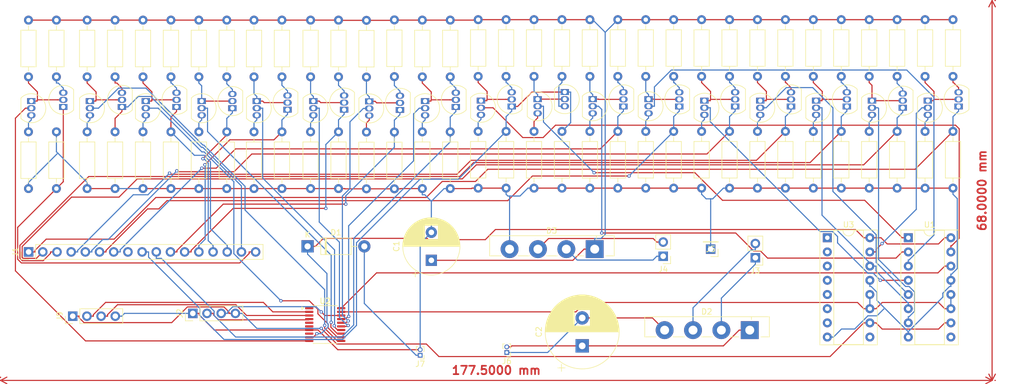
<source format=kicad_pcb>
(kicad_pcb (version 20240108) (generator "pcbnew") (generator_version "8.0")
  (layers (0 "F.Cu" signal) (31 "B.Cu" signal) (34 "B.Paste" user) (35 "F.Paste" user) (36 "B.SilkS" user "B.Silkscreen") (37 "F.SilkS" user "F.Silkscreen") (38 "B.Mask" user) (39 "F.Mask" user) (44 "Edge.Cuts" user))
  (net 0 "")
  (net 1 "+5V")
  (net 2 "GND")
  (net 3 "/SWIO")
  (net 4 "/TX")
  (net 5 "/RX")
  (net 6 "Net-(Q1-C)")
  (net 7 "Net-(Q1-E)")
  (net 8 "Net-(Q2-E)")
  (net 9 "Net-(Q3-C)")
  (net 10 "Net-(Q3-E)")
  (net 11 "Net-(Q4-E)")
  (net 12 "Net-(Q5-E)")
  (net 13 "Net-(Q5-C)")
  (net 14 "Net-(Q6-E)")
  (net 15 "Net-(Q7-C)")
  (net 16 "Net-(Q7-E)")
  (net 17 "Net-(Q8-E)")
  (net 18 "Net-(Q9-E)")
  (net 19 "Net-(Q10-B)")
  (net 20 "Net-(Q10-E)")
  (net 21 "Net-(Q11-C)")
  (net 22 "Net-(Q11-E)")
  (net 23 "Net-(Q12-E)")
  (net 24 "Net-(Q13-C)")
  (net 25 "Net-(Q13-E)")
  (net 26 "Net-(Q14-E)")
  (net 27 "Net-(Q15-E)")
  (net 28 "Net-(Q15-C)")
  (net 29 "Net-(Q16-E)")
  (net 30 "Net-(Q17-E)")
  (net 31 "Net-(Q17-C)")
  (net 32 "Net-(Q18-E)")
  (net 33 "Net-(Q19-E)")
  (net 34 "Net-(Q19-C)")
  (net 35 "Net-(Q20-E)")
  (net 36 "Net-(Q21-C)")
  (net 37 "Net-(Q21-E)")
  (net 38 "Net-(Q22-E)")
  (net 39 "Net-(Q23-C)")
  (net 40 "Net-(Q23-E)")
  (net 41 "Net-(Q24-E)")
  (net 42 "Net-(Q25-E)")
  (net 43 "Net-(Q25-C)")
  (net 44 "Net-(Q26-E)")
  (net 45 "Net-(Q27-C)")
  (net 46 "Net-(Q27-E)")
  (net 47 "Net-(Q28-E)")
  (net 48 "Net-(Q29-E)")
  (net 49 "Net-(Q29-C)")
  (net 50 "Net-(Q30-E)")
  (net 51 "Net-(Q31-E)")
  (net 52 "Net-(Q31-C)")
  (net 53 "Net-(Q32-E)")
  (net 54 "Net-(Q33-C)")
  (net 55 "Net-(Q33-E)")
  (net 56 "Net-(Q34-E)")
  (net 57 "+27V")
  (net 58 "/SER")
  (net 59 "/SRCLK")
  (net 61 "+3.3V")
  (net 63 "/NRST")
  (net 67 "Net-(D2--)")
  (net 68 "Net-(D1-A)")
  (net 69 "Net-(J3-Pin_1)")
  (net 70 "Net-(D2-+)")
  (net 71 "Net-(J3-Pin_2)")
  (net 72 "Net-(J4-Pin_1)")
  (net 73 "Net-(J4-Pin_2)")
  (net 82 "/G_LOW")
  (net 83 "/H_LOW")
  (net 84 "/SEG2_HIGH")
  (net 85 "/SEG3_HIGH")
  (net 86 "/H_HIGH")
  (net 87 "/F_HIGH")
  (net 88 "/B_HIGH")
  (net 89 "/SEG4_HIGH")
  (net 90 "/SEG6_HIGH")
  (net 91 "/SEG1_HIGH")
  (net 92 "/SEG9_HIGH")
  (net 93 "/SEG8_HIGH")
  (net 94 "/C_HIGH")
  (net 95 "/G_HIGH")
  (net 96 "/D_HIGH")
  (net 97 "/SEG5_HIGH")
  (net 98 "/SEG7_HIGH")
  (net 99 "/E_HIGH")
  (net 100 "/A_HIGH")
  (net 101 "/A_LOW")
  (net 102 "/B_LOW")
  (net 103 "/C_LOW")
  (net 104 "/D_LOW")
  (net 105 "/E_LOW")
  (net 106 "/F_LOW")
  (net 107 "/SEG1_LOW")
  (net 108 "/SEG2_LOW")
  (net 109 "/SEG3_LOW")
  (net 110 "/SEG4_LOW")
  (net 111 "/SEG5_LOW")
  (net 112 "/SEG6_LOW")
  (net 113 "/SEG7_LOW")
  (net 114 "/SEG8_LOW")
  (net 115 "/SEG9_LOW")
  (footprint "Resistor_THT:R_Axial_DIN0207_L6.3mm_D2.5mm_P10.16mm_Horizontal" (layer "F.Cu") (at 112.5 15.42 -90)
    (property "Reference" "R39" (hide yes))
    (property "Value" "100")
  )
  (footprint "Package_TO_SOT_THT:TO-92_Inline" (layer "F.Cu") (at 108.14 29.65 -90)
    (property "Reference" "Q19" (hide yes))
    (property "Value" "BC237")
  )
  (footprint "Resistor_THT:R_Axial_DIN0207_L6.3mm_D2.5mm_P10.16mm_Horizontal" (layer "F.Cu") (at 132.5 35.42 -90)
    (property "Reference" "R48" (hide yes))
    (property "Value" "47k")
  )
  (footprint "Connector_PinHeader_2.54mm:PinHeader_1x04_P2.54mm_Vertical" (layer "F.Cu") (at 46.42 68 90)
    (property "Reference" "J2")
    (property "Value" "CH32V003 PROG")
  )
  (footprint "Connector_PinHeader_1.00mm:PinHeader_1x02_P1.00mm_Vertical" (layer "F.Cu") (at 102.62 75 180)
    (property "Reference" "J6")
    (property "Value" "Step-down IN")
  )
  (footprint "Resistor_THT:R_Axial_DIN0207_L6.3mm_D2.5mm_P10.16mm_Horizontal" (layer "F.Cu") (at 22 15.5 -90)
    (property "Reference" "R31" (hide yes))
    (property "Value" "100")
  )
  (footprint "Package_TO_SOT_THT:TO-92_Inline" (layer "F.Cu") (at 178 29.92 -90)
    (property "Reference" "Q33" (hide yes))
    (property "Value" "BC237")
  )
  (footprint "Package_TO_SOT_THT:TO-92_Inline" (layer "F.Cu") (at 83.5 31.58 90)
    (property "Reference" "Q4" (hide yes))
    (property "Value" "BC307")
  )
  (footprint "Package_TO_SOT_THT:TO-92_Inline" (layer "F.Cu") (at 153.5 30.96 90)
    (property "Reference" "Q28" (hide yes))
    (property "Value" "BC307")
  )
  (footprint "Resistor_THT:R_Axial_DIN0207_L6.3mm_D2.5mm_P10.16mm_Horizontal" (layer "F.Cu") (at 97.5 35.42 -90)
    (property "Reference" "R34" (hide yes))
    (property "Value" "4.7k" (hide yes))
  )
  (footprint "Resistor_THT:R_Axial_DIN0207_L6.3mm_D2.5mm_P10.16mm_Horizontal" (layer "F.Cu") (at 172.5 15.42 -90)
    (property "Reference" "R63" (hide yes))
    (property "Value" "100")
  )
  (footprint "Resistor_THT:R_Axial_DIN0207_L6.3mm_D2.5mm_P10.16mm_Horizontal" (layer "F.Cu") (at 82.5 15.46 -90)
    (property "Reference" "R7" (hide yes))
    (property "Value" "100")
  )
  (footprint "Resistor_THT:R_Axial_DIN0207_L6.3mm_D2.5mm_P10.16mm_Horizontal" (layer "F.Cu") (at 177.5 15.42 -90)
    (property "Reference" "R65" (hide yes))
    (property "Value" "2k")
  )
  (footprint "Resistor_THT:R_Axial_DIN0207_L6.3mm_D2.5mm_P10.16mm_Horizontal" (layer "F.Cu") (at 62.37 15.5 -90)
    (property "Reference" "R15" (hide yes))
    (property "Value" "100")
  )
  (footprint "Package_TO_SOT_THT:TO-92_Inline" (layer "F.Cu") (at 123.5 30.96 90)
    (property "Reference" "Q22" (hide yes))
    (property "Value" "BC307")
  )
  (footprint "Package_TO_SOT_THT:TO-92_Inline" (layer "F.Cu") (at 43.5 31.04 90)
    (property "Reference" "Q12" (hide yes))
    (property "Value" "BC307")
  )
  (footprint "Package_TO_SOT_THT:TO-92_Inline" (layer "F.Cu") (at 93.5 31.04 90)
    (property "Reference" "Q2" (hide yes))
    (property "Value" "BC307")
  )
  (footprint "Resistor_THT:R_Axial_DIN0207_L6.3mm_D2.5mm_P10.16mm_Horizontal" (layer "F.Cu") (at 77.5 35.54 -90)
    (property "Reference" "R6" (hide yes))
    (property "Value" "4.7k" (hide yes))
  )
  (footprint "Resistor_THT:R_Axial_DIN0207_L6.3mm_D2.5mm_P10.16mm_Horizontal" (layer "F.Cu") (at 142.5 15.42 -90)
    (property "Reference" "R51" (hide yes))
    (property "Value" "100")
  )
  (footprint "Package_TO_SOT_THT:TO-92_Inline" (layer "F.Cu") (at 57.87 30 -90)
    (property "Reference" "Q7" (hide yes))
    (property "Value" "BC237")
  )
  (footprint "Resistor_THT:R_Axial_DIN0207_L6.3mm_D2.5mm_P10.16mm_Horizontal" (layer "F.Cu") (at 162.5 15.42 -90)
    (property "Reference" "R59" (hide yes))
    (property "Value" "100")
  )
  (footprint "Resistor_THT:R_Axial_DIN0207_L6.3mm_D2.5mm_P10.16mm_Horizontal" (layer "F.Cu") (at 47.5 35.5 -90)
    (property "Reference" "R18" (hide yes))
    (property "Value" "4.7k")
  )
  (footprint "Package_TO_SOT_THT:TO-92_Inline" (layer "F.Cu") (at 113 28.38 -90)
    (property "Reference" "Q20" (hide yes))
    (property "Value" "BC307")
  )
  (footprint "Resistor_THT:R_Axial_DIN0207_L6.3mm_D2.5mm_P10.16mm_Horizontal" (layer "F.Cu") (at 127.5 35.42 -90)
    (property "Reference" "R46" (hide yes))
    (property "Value" "4.7k")
  )
  (footprint "Resistor_THT:R_Axial_DIN0207_L6.3mm_D2.5mm_P10.16mm_Horizontal" (layer "F.Cu") (at 102.5 15.42 -90)
    (property "Reference" "R35" (hide yes))
    (property "Value" "100")
  )
  (footprint "Resistor_THT:R_Axial_DIN0207_L6.3mm_D2.5mm_P10.16mm_Horizontal" (layer "F.Cu") (at 42.5 15.5 -90)
    (property "Reference" "R23" (hide yes))
    (property "Value" "100")
  )
  (footprint "Package_TO_SOT_THT:TO-92_Inline" (layer "F.Cu") (at 23.23 31.04 90)
    (property "Reference" "Q16" (hide yes))
    (property "Value" "BC307")
  )
  (footprint "Connector_PinHeader_2.54mm:PinHeader_1x17_P2.54mm_Vertical" (layer "F.Cu") (at 17.02 57 90)
    (property "Reference" "J1")
    (property "Value" "Grids and Anodes")
  )
  (footprint "Connector_PinHeader_2.54mm:PinHeader_1x04_P2.54mm_Vertical" (layer "F.Cu") (at 24.92 68.5 90)
    (property "Reference" "J9")
    (property "Value" "GPS Header")
  )
  (footprint "Package_TO_SOT_THT:TO-92_Inline" (layer "F.Cu") (at 168 29.92 -90)
    (property "Reference" "Q31" (hide yes))
    (property "Value" "BC237")
  )
  (footprint "Resistor_THT:R_Axial_DIN0207_L6.3mm_D2.5mm_P10.16mm_Horizontal" (layer "F.Cu") (at 182.5 15.42 -90)
    (property "Reference" "R67" (hide yes))
    (property "Value" "100")
  )
  (footprint "Resistor_THT:R_Axial_DIN0207_L6.3mm_D2.5mm_P10.16mm_Horizontal" (layer "F.Cu") (at 137.5 15.42 -90)
    (property "Reference" "R49" (hide yes))
    (property "Value" "2k")
  )
  (footprint "Resistor_THT:R_Axial_DIN0207_L6.3mm_D2.5mm_P10.16mm_Horizontal" (layer "F.Cu") (at 107.5 35.42 -90)
    (property "Reference" "R38" (hide yes))
    (property "Value" "4.7k")
  )
  (footprint "Resistor_THT:R_Axial_DIN0207_L6.3mm_D2.5mm_P10.16mm_Horizontal" (layer "F.Cu") (at 72.5 15.5 -90)
    (property "Reference" "R11" (hide yes))
    (property "Value" "100")
  )
  (footprint "Resistor_THT:R_Axial_DIN0207_L6.3mm_D2.5mm_P10.16mm_Horizontal" (layer "F.Cu") (at 157.5 35.42 -90)
    (property "Reference" "R58" (hide yes))
    (property "Value" "4.7k")
  )
  (footprint "Resistor_THT:R_Axial_DIN0207_L6.3mm_D2.5mm_P10.16mm_Horizontal" (layer "F.Cu") (at 87.5 35.5 -90)
    (property "Reference" "R3" (hide yes))
    (property "Value" "4.7k")
  )
  (footprint "Resistor_THT:R_Axial_DIN0207_L6.3mm_D2.5mm_P10.16mm_Horizontal" (layer "F.Cu") (at 127.5 15.42 -90)
    (property "Reference" "R45" (hide yes))
    (property "Value" "2k")
  )
  (footprint "Resistor_THT:R_Axial_DIN0207_L6.3mm_D2.5mm_P10.16mm_Horizontal" (layer "F.Cu") (at 92.5 35.5 -90)
    (property "Reference" "R4" (hide yes))
    (property "Value" "47k")
  )
  (footprint "Resistor_THT:R_Axial_DIN0207_L6.3mm_D2.5mm_P10.16mm_Horizontal" (layer "F.Cu") (at 22 45.66 90)
    (property "Reference" "R32" (hide yes))
    (property "Value" "47k")
  )
  (footprint "Package_TO_SOT_THT:TO-92_Inline" (layer "F.Cu") (at 143.5 30.96 90)
    (property "Reference" "Q26" (hide yes))
    (property "Value" "BC307")
  )
  (footprint "Resistor_THT:R_Axial_DIN0207_L6.3mm_D2.5mm_P10.16mm_Horizontal" (layer "F.Cu") (at 37.5 35.5 -90)
    (property "Reference" "R22" (hide yes))
    (property "Value" "4.7k")
  )
  (footprint "Package_TO_SOT_THT:TO-92_Inline" (layer "F.Cu") (at 33.73 31.04 90)
    (property "Reference" "Q14" (hide yes))
    (property "Value" "BC307" (hide yes))
  )
  (footprint "Package_TO_SOT_THT:TO-92_Inline" (layer "F.Cu") (at 138 29.92 -90)
    (property "Reference" "Q25" (hide yes))
    (property "Value" "BC237")
  )
  (footprint "Package_TO_SOT_THT:TO-92_Inline" (layer "F.Cu") (at 163.5 30.96 90)
    (property "Reference" "Q30" (hide yes))
    (property "Value" "BC307")
  )
  (footprint "Connector_PinHeader_2.54mm:PinHeader_1x02_P2.54mm_Vertical" (layer "F.Cu") (at 147.12 58.04 180)
    (property "Reference" "J3")
    (property "Value" "AC 15V")
  )
  (footprint "Resistor_THT:R_Axial_DIN0207_L6.3mm_D2.5mm_P10.16mm_Horizontal" (layer "F.Cu") (at 72.5 35.5 -90)
    (property "Reference" "R12" (hide yes))
    (property "Value" "47k")
  )
  (footprint "Resistor_THT:R_Axial_DIN0207_L6.3mm_D2.5mm_P10.16mm_Horizontal" (layer "F.Cu") (at 157.5 15.42 -90)
    (property "Reference" "R57" (hide yes))
    (property "Value" "2k")
  )
  (footprint "Resistor_THT:R_Axial_DIN0207_L6.3mm_D2.5mm_P10.16mm_Horizontal" (layer "F.Cu") (at 27.5 35.5 -90)
    (property "Reference" "R26" (hide yes))
    (property "Value" "4.7k")
  )
  (footprint "Connector_PinHeader_2.54mm:PinHeader_1x02_P2.54mm_Vertical" (layer "F.Cu") (at 130.62 57.775 180)
    (property "Reference" "J4")
    (property "Value" "AC 27V")
  )
  (footprint "Resistor_THT:R_Axial_DIN0207_L6.3mm_D2.5mm_P10.16mm_Horizontal" (layer "F.Cu") (at 122.5 35.42 -90)
    (property "Reference" "R44" (hide yes))
    (property "Value" "47k")
  )
  (footprint "Resistor_THT:R_Axial_DIN0207_L6.3mm_D2.5mm_P10.16mm_Horizontal" (layer "F.Cu") (at 87.5 15.5 -90)
    (property "Reference" "R1" (hide yes))
    (property "Value" "2k")
  )
  (footprint "Package_TO_SOT_THT:TO-92_Inline" (layer "F.Cu") (at 17.5 30 -90)
    (property "Reference" "Q15" (hide yes))
    (property "Value" "BC237")
  )
  (footprint "Resistor_THT:R_Axial_DIN0207_L6.3mm_D2.5mm_P10.16mm_Horizontal" (layer "F.Cu") (at 132.5 15.42 -90)
    (property "Reference" "R47" (hide yes))
    (property "Value" "100")
  )
  (footprint "Resistor_THT:R_Axial_DIN0207_L6.3mm_D2.5mm_P10.16mm_Horizontal" (layer "F.Cu") (at 177.5 35.42 -90)
    (property "Reference" "R66" (hide yes))
    (property "Value" "4.7k")
  )
  (footprint "Resistor_THT:R_Axial_DIN0207_L6.3mm_D2.5mm_P10.16mm_Horizontal" (layer "F.Cu") (at 32.5 15.5 -90)
    (property "Reference" "R27" (hide yes))
    (property "Value" "100")
  )
  (footprint "Resistor_THT:R_Axial_DIN0207_L6.3mm_D2.5mm_P10.16mm_Horizontal" (layer "F.Cu") (at 147.5 15.42 -90)
    (property "Reference" "R53" (hide yes))
    (property "Value" "2k")
  )
  (footprint "Resistor_THT:R_Axial_DIN0207_L6.3mm_D2.5mm_P10.16mm_Horizontal" (layer "F.Cu") (at 47.5 15.5 -90)
    (property "Reference" "R17" (hide yes))
    (property "Value" "2k")
  )
  (footprint "Resistor_THT:R_Axial_DIN0207_L6.3mm_D2.5mm_P10.16mm_Horizontal" (layer "F.Cu") (at 167.5 15.42 -90)
    (property "Reference" "R61" (hide yes))
    (property "Value" "2k")
  )
  (footprint "Resistor_THT:R_Axial_DIN0207_L6.3mm_D2.5mm_P10.16mm_Horizontal" (layer "F.Cu") (at 137.5 35.42 -90)
    (property "Reference" "R50" (hide yes))
    (property "Value" "4.7k")
  )
  (footprint "Resistor_THT:R_Axial_DIN0207_L6.3mm_D2.5mm_P10.16mm_Horizontal" (layer "F.Cu") (at 77.5 15.54 -90)
    (property "Reference" "R5" (hide yes))
    (property "Value" "2k" (hide yes))
  )
  (footprint "Resistor_THT:R_Axial_DIN0207_L6.3mm_D2.5mm_P10.16mm_Horizontal" (layer "F.Cu") (at 97.5 15.42 -90)
    (property "Reference" "R33" (hide yes))
    (property "Value" "2k" (hide yes))
  )
  (footprint "Resistor_THT:R_Axial_DIN0207_L6.3mm_D2.5mm_P10.16mm_Horizontal" (layer "F.Cu") (at 42.5 35.5 -90)
    (property "Reference" "R24" (hide yes))
    (property "Value" "47k")
  )
  (footprint "Package_TO_SOT_THT:TO-92_Inline" (layer "F.Cu") (at 78 30.04 -90)
    (property "Reference" "Q3" (hide yes))
    (property "Value" "BC237" (hide yes))
  )
  (footprint "Resistor_THT:R_Axial_DIN0207_L6.3mm_D2.5mm_P10.16mm_Horizontal" (layer "F.Cu") (at 117.5 35.42 -90)
    (property "Reference" "R42" (hide yes))
    (property "Value" "4.7k")
  )
  (footprint "Resistor_THT:R_Axial_DIN0207_L6.3mm_D2.5mm_P10.16mm_Horizontal" (layer "F.Cu") (at 52.5 35.5 -90)
    (property "Reference" "R20" (hide yes))
    (property "Value" "47k")
  )
  (footprint "Package_TO_SOT_THT:TO-92_Inline" (layer "F.Cu") (at 133.5 30.96 90)
    (property "Reference" "Q24" (hide yes))
    (property "Value" "BC307")
  )
  (footprint "Diode_THT:Diode_Bridge_Vishay_GBU" (layer "F.Cu") (at 146.12 71 180)
    (property "Reference" "D2")
    (property "Value" "GBU4M")
  )
  (footprint "Package_TO_SOT_THT:TO-92_Inline" (layer "F.Cu") (at 68 30 -90)
    (property "Reference" "Q5" (hide yes))
    (property "Value" "BC237")
  )
  (footprint "Resistor_THT:R_Axial_DIN0207_L6.3mm_D2.5mm_P10.16mm_Horizontal" (layer "F.Cu") (at 147.5 35.42 -90)
    (property "Reference" "R54" (hide yes))
    (property "Value" "4.7k")
  )
  (footprint "Resistor_THT:R_Axial_DIN0207_L6.3mm_D2.5mm_P10.16mm_Horizontal" (layer "F.Cu") (at 182.5 35.42 -90)
    (property "Reference" "R68" (hide yes))
    (property "Value" "47k")
  )
  (footprint "Package_TO_SOT_THT:TO-92_Inline" (layer "F.Cu") (at 48 30 -90)
    (property "Reference" "Q9" (hide yes))
    (property "Value" "BC237")
  )
  (footprint "Resistor_THT:R_Axial_DIN0207_L6.3mm_D2.5mm_P10.16mm_Horizontal" (layer "F.Cu") (at 82.5 35.54 -90)
    (property "Reference" "R8" (hide yes))
    (property "Value" "47k")
  )
  (footprint "Resistor_THT:R_Axial_DIN0207_L6.3mm_D2.5mm_P10.16mm_Horizontal" (layer "F.Cu") (at 152.5 15.42 -90)
    (property "Reference" "R55" (hide yes))
    (property "Value" "100")
  )
  (footprint "Resistor_THT:R_Axial_DIN0207_L6.3mm_D2.5mm_P10.16mm_Horizontal" (layer "F.Cu") (at 162.5 35.42 -90)
    (property "Reference" "R60" (hide yes))
    (property "Value" "47k")
  )
  (footprint "Resistor_THT:R_Axial_DIN0207_L6.3mm_D2.5mm_P10.16mm_Horizontal" (layer "F.Cu") (at 167.5 35.42 -90)
    (property "Reference" "R62" (hide yes))
    (property "Value" "4.7k")
  )
  (footprint "Resistor_THT:R_Axial_DIN0207_L6.3mm_D2.5mm_P10.16mm_Horizontal" (layer "F.Cu") (at 102.5 35.42 -90)
    (property "Reference" "R36" (hide yes))
    (property "Value" "47k")
  )
  (footprint "Package_DIP:DIP-16_W7.62mm_Socket" (layer "F.Cu") (at 174.5 54.46)
    (property "Reference" "U1")
    (property "Value" "74HC595")
  )
  (footprint "Resistor_THT:R_Axial_DIN0207_L6.3mm_D2.5mm_P10.16mm_Horizontal" (layer "F.Cu") (at 57.37 35.5 -90)
    (property "Reference" "R14" (hide yes))
    (property "Value" "4.7k")
  )
  (footprint "Resistor_THT:R_Axial_DIN0207_L6.3mm_D2.5mm_P10.16mm_Horizontal" (layer "F.Cu") (at 27.5 15.5 -90)
    (property "Reference" "R25" (hide yes))
    (property "Value" "2k")
  )
  (footprint "Capacitor_THT:CP_Radial_D10.0mm_P5.00mm" (layer "F.Cu") (at 89.12 58.5 90)
    (property "Reference" "C1")
    (property "Value" "47uF 100V")
  )
  (footprint "Resistor_THT:R_Axial_DIN0207_L6.3mm_D2.5mm_P10.16mm_Horizontal" (layer "F.Cu") (at 67.5 15.5 -90)
    (property "Reference" "R9" (hide yes))
    (property "Value" "2k")
  )
  (footprint "Package_TO_SOT_THT:TO-92_Inline" (layer "F.Cu") (at 38 30 -90)
    (property "Reference" "Q11" (hide yes))
    (property "Value" "BC237")
  )
  (footprint "Resistor_THT:R_Axial_DIN0207_L6.3mm_D2.5mm_P10.16mm_Horizontal" (layer "F.Cu") (at 52.5 15.5 -90)
    (property "Reference" "R19" (hide yes))
    (property "Value" "100")
  )
  (footprint "Resistor_THT:R_Axial_DIN0207_L6.3mm_D2.5mm_P10.16mm_Horizontal" (layer "F.Cu") (at 62.37 35.5 -90)
    (property "Reference" "R16" (hide yes))
    (property "Value" "47k")
  )
  (footprint "Package_DIP:DIP-16_W7.62mm_Socket" (layer "F.Cu") (at 160 54.46)
    (property "Reference" "U3")
    (property "Value" "74HC595")
  )
  (footprint "Package_TO_SOT_THT:TO-92_Inline" (layer "F.Cu") (at 98 29.92 -90)
    (property "Reference" "Q17" (hide yes))
    (property "Value" "BC237" (hide yes))
  )
  (footprint "Resistor_THT:R_Axial_DIN0207_L6.3mm_D2.5mm_P10.16mm_Horizontal" (layer "F.Cu") (at 37.5 15.5 -90)
    (property "Reference" "R21" (hide yes))
    (property "Value" "2k")
  )
  (footprint "Resistor_THT:R_Axial_DIN0207_L6.3mm_D2.5mm_P10.16mm_Horizontal" (layer "F.Cu") (at 57.37 15.5 -90)
    (property "Reference" "R13" (hide yes))
    (property "Value" "2k")
  )
  (footprint "Package_TO_SOT_THT:TO-92_Inline" (layer "F.Cu") (at 53.5 31.27 90)
    (property "Reference" "Q10" (hide yes))
    (property "Value" "BC307")
  )
  (footprint "Package_TO_SOT_THT:TO-92_Inline" (layer "F.Cu") (at 118 29.65 -90)
    (property "Reference" "Q21" (hide yes))
    (property "Value" "BC237")
  )
  (footprint "Resistor_THT:R_Axial_DIN0207_L6.3mm_D2.5mm_P10.16mm_Horizontal" (layer "F.Cu") (at 112.5 35.42 -90)
    (property "Reference" "R40" (hide yes))
    (property "Value" "47k")
  )
  (footprint "Resistor_THT:R_Axial_DIN0207_L6.3mm_D2.5mm_P10.16mm_Horizontal" (layer "F.Cu") (at 107.5 15.42 -90)
    (property "Reference" "R37" (hide yes))
    (property "Value" "2k")
  )
  (footprint "Connector_PinHeader_1.00mm:PinHeader_1x02_P1.00mm_Vertical" (layer "F.Cu") (at 87.12 75.5 180)
    (property "Reference" "J7")
    (property "Value" "Step-down OUT")
  )
  (footprint "Package_TO_SOT_THT:TO-92_Inline" (layer "F.Cu") (at 63.37 31.54 90)
    (property "Reference" "Q8" (hide yes))
    (property "Value" "BC307")
  )
  (footprint "Diode_THT:D_DO-41_SOD81_P10.16mm_Horizontal" (layer "F.Cu") (at 66.96 56)
    (property "Reference" "D1")
    (property "Value" "1N4007")
  )
  (footprint "Resistor_THT:R_Axial_DIN0207_L6.3mm_D2.5mm_P10.16mm_Horizontal" (layer "F.Cu") (at 122.5 15.42 -90)
    (property "Reference" "R43" (hide yes))
    (property "Value" "100")
  )
  (footprint "Resistor_THT:R_Axial_DIN0207_L6.3mm_D2.5mm_P10.16mm_Horizontal" (layer "F.Cu") (at 32.5 35.5 -90)
    (property "Reference" "R28" (hide yes))
    (property "Value" "47k")
  )
  (footprint "Package_TO_SOT_THT:TO-92_Inline" (layer "F.Cu") (at 158 29.92 -90)
    (property "Reference" "Q29" (hide yes))
    (property "Value" "BC237")
  )
  (footprint "Connector_PinHeader_2.54mm:PinHeader_1x01_P2.54mm_Vertical" (layer "F.Cu") (at 139.12 56.5 180)
    (property "Reference" "J5")
    (property "Value" "AC Filament Middle")
  )
  (footprint "Resistor_THT:R_Axial_DIN0207_L6.3mm_D2.5mm_P10.16mm_Horizontal" (layer "F.Cu") (at 92.5 15.5 -90)
    (property "Reference" "R2" (hide yes))
    (property "Value" "100")
  )
  (footprint "Resistor_THT:R_Axial_DIN0207_L6.3mm_D2.5mm_P10.16mm_Horizontal" (layer "F.Cu") (at 142.5 35.42 -90)
    (property "Reference" "R52" (hide yes))
    (property "Value" "47k")
  )
  (footprint "Package_TO_SOT_THT:TO-92_Inline" (layer "F.Cu") (at 103.5 30.96 90)
    (property "Reference" "Q18" (hide yes))
    (property "Value" "BC307")
  )
  (footprint "Resistor_THT:R_Axial_DIN0207_L6.3mm_D2.5mm_P10.16mm_Horizontal" (layer "F.Cu") (at 17 35.5 -90)
    (property "Reference" "R30" (hide yes))
    (property "Value" "4.7k")
  )
  (footprint "Package_TO_SOT_THT:TO-92_Inline" (layer "F.Cu") (at 173.5 31.19 90)
    (property "Reference" "Q32" (hide yes))
    (property "Value" "BC307")
  )
  (footprint "Package_TO_SOT_THT:TO-92_Inline" (layer "F.Cu") (at 28 30 -90)
    (property "Reference" "Q13" (hide yes))
    (property "Value" "BC237")
  )
  (footprint "Package_TO_SOT_THT:TO-92_Inline" (layer "F.Cu") (at 88 30 -90)
    (property "Reference" "Q1" (hide yes))
    (property "Value" "BC237")
  )
  (footprint "Resistor_THT:R_Axial_DIN0207_L6.3mm_D2.5mm_P10.16mm_Horizontal" (layer "F.Cu") (at 17 15.5 -90)
    (property "Reference" "R29" (hide yes))
    (property "Value" "2k")
  )
  (footprint "Package_SO:TSSOP-20_4.4x6.5mm_P0.65mm" (layer "F.Cu") (at 70.12 70)
    (property "Reference" "U2")
    (property "Value" "CH32V003FxPx")
  )
  (footprint "Resistor_THT:R_Axial_DIN0207_L6.3mm_D2.5mm_P10.16mm_Horizontal" (layer "F.Cu") (at 117.5 15.42 -90)
    (property "Reference" "R41" (hide yes))
    (property "Value" "2k")
  )
  (footprint "Resistor_THT:R_Axial_DIN0207_L6.3mm_D2.5mm_P10.16mm_Horizontal" (layer "F.Cu") (at 152.5 35.42 -90)
    (property "Reference" "R56" (hide yes))
    (property "Value" "47k")
  )
  (footprint "Package_TO_SOT_THT:TO-92_Inline" (layer "F.Cu") (at 73.5 31.54 90)
    (property "Reference" "Q6" (hide yes))
    (property "Value" "BC307")
  )
  (footprint "Package_TO_SOT_THT:TO-92_Inline" (layer "F.Cu") (at 148 29.92 -90)
    (property "Reference" "Q27" (hide yes))
    (property "Value" "BC237")
  )
  (footprint "Capacitor_THT:CP_Radial_D13.0mm_P5.00mm" (layer "F.Cu") (at 116.12 73.8152 90)
    (property "Reference" "C2")
    (property "Value" "470uF 50V")
  )
  (footprint "Resistor_THT:R_Axial_DIN0207_L6.3mm_D2.5mm_P10.16mm_Horizontal" (layer "F.Cu") (at 67.5 35.5 -90)
    (property "Reference" "R10" (hide yes))
    (property "Value" "4.7k")
  )
  (footprint "Package_TO_SOT_THT:TO-92_Inline" (layer "F.Cu") (at 128 29.65 -90)
    (property "Reference" "Q23" (hide yes))
    (property "Value" "BC237")
  )
  (footprint "Resistor_THT:R_Axial_DIN0207_L6.3mm_D2.5mm_P10.16mm_Horizontal" (layer "F.Cu") (at 172.5 35.42 -90)
    (property "Reference" "R64" (hide yes))
    (property "Value" "47k")
  )
  (footprint "Diode_THT:Diode_Bridge_Vishay_GBU" (layer "F.Cu") (at 118.36 56.5 180)
    (property "Reference" "D3")
    (property "Value" "GBU4M")
  )
  (footprint "Package_TO_SOT_THT:TO-92_Inline" (layer "F.Cu") (at 183.5 30.96 90)
    (property "Reference" "Q34" (hide yes))
    (property "Value" "BC307")
  )
  (dimension (type aligned) (layer "F.Cu") (pts (xy 12 80) (xy 189.5 80)) (height 0) (gr_text "177.5000 mm" (at 100.75 78.2 0) (layer "F.Cu") (effects (font (size 1.5 1.5) (thickness 0.3)))) (format (prefix "") (suffix "") (units 3) (units_format 1) (precision 4)) (style (thickness 0.2) (arrow_length 1.27) (text_position_mode 0) (extension_height 0.58642) (extension_offset 0.5) keep_text_aligned))
  (dimension (type aligned) (layer "F.Cu") (pts (xy 189.5 12) (xy 189.5 80)) (height 0) (gr_text "68.0000 mm" (at 187.7 46 90) (layer "F.Cu") (effects (font (size 1.5 1.5) (thickness 0.3)))) (format (prefix "") (suffix "") (units 3) (units_format 1) (precision 4)) (style (thickness 0.2) (arrow_length 1.27) (text_position_mode 0) (extension_height 0.58642) (extension_offset 0.5) keep_text_aligned))
  (segment (start 169.8329 70.8112) (end 179.9071 70.8112) (width 0.2) (layer "F.Cu") (net 1))
  (segment (start 24.92 68.5) (end 26.0717 68.5) (width 0.2) (layer "F.Cu") (net 1))
  (segment (start 90.4701 75.7267) (end 88.2258 73.4824) (width 0.2) (layer "F.Cu") (net 1))
  (segment (start 45.445 66.8483) (end 42.6416 69.6517) (width 0.2) (layer "F.Cu") (net 1))
  (segment (start 26.9354 69.6517) (end 26.0717 68.788) (width 0.2) (layer "F.Cu") (net 1))
  (segment (start 52.8883 68) (end 52.8883 67.7423) (width 0.2) (layer "F.Cu") (net 1))
  (segment (start 179.9071 70.8112) (end 181.0183 69.7) (width 0.2) (layer "F.Cu") (net 1))
  (segment (start 42.6416 69.6517) (end 26.9354 69.6517) (width 0.2) (layer "F.Cu") (net 1))
  (segment (start 52.8883 67.7423) (end 51.9943 66.8483) (width 0.2) (layer "F.Cu") (net 1))
  (segment (start 167.62 69.7) (end 168.7217 69.7) (width 0.2) (layer "F.Cu") (net 1))
  (segment (start 160.4916 75.7267) (end 90.4701 75.7267) (width 0.2) (layer "F.Cu") (net 1))
  (segment (start 167.0692 69.7) (end 167.62 69.7) (width 0.2) (layer "F.Cu") (net 1))
  (segment (start 54.04 68) (end 52.8883 68) (width 0.2) (layer "F.Cu") (net 1))
  (segment (start 26.0717 68.788) (end 26.0717 68.5) (width 0.2) (layer "F.Cu") (net 1))
  (segment (start 166.5183 69.7) (end 160.4916 75.7267) (width 0.2) (layer "F.Cu") (net 1))
  (segment (start 51.9943 66.8483) (end 45.445 66.8483) (width 0.2) (layer "F.Cu") (net 1))
  (segment (start 72.2004 73.4824) (end 69.4119 70.6939) (width 0.2) (layer "F.Cu") (net 1))
  (segment (start 168.7217 69.7) (end 169.8329 70.8112) (width 0.2) (layer "F.Cu") (net 1))
  (segment (start 88.2258 73.4824) (end 72.2004 73.4824) (width 0.2) (layer "F.Cu") (net 1))
  (segment (start 182.12 69.7) (end 181.0183 69.7) (width 0.2) (layer "F.Cu") (net 1))
  (segment (start 167.0692 69.7) (end 166.5183 69.7) (width 0.2) (layer "F.Cu") (net 1))
  (via (at 69.4119 70.6939) (size 0.6) (drill 0.3) (layers "F.Cu" "B.Cu") (net 1))
  (segment (start 55.1917 68) (end 57.8856 70.6939) (width 0.2) (layer "B.Cu") (net 1))
  (segment (start 54.04 68) (end 55.1917 68) (width 0.2) (layer "B.Cu") (net 1))
  (segment (start 57.8856 70.6939) (end 69.4119 70.6939) (width 0.2) (layer "B.Cu") (net 1))
  (segment (start 83.6417 45.66) (end 83.6017 45.7) (width 0.2) (layer "F.Cu") (net 2))
  (segment (start 122.5 45.58) (end 127.5 45.58) (width 0.2) (layer "F.Cu") (net 2))
  (segment (start 77.5 45.7) (end 73.6417 45.7) (width 0.2) (layer "F.Cu") (net 2))
  (segment (start 72.5 45.66) (end 73.6017 45.66) (width 0.2) (layer "F.Cu") (net 2))
  (segment (start 42.5 45.66) (end 47.5 45.66) (width 0.2) (layer "F.Cu") (net 2))
  (segment (start 172.5 45.58) (end 176.3983 45.58) (width 0.2) (layer "F.Cu") (net 2))
  (segment (start 82.5 45.7) (end 83.6017 45.7) (width 0.2) (layer "F.Cu") (net 2))
  (segment (start 32.5 45.66) (end 27.5 45.66) (width 0.2) (layer "F.Cu") (net 2))
  (segment (start 177.5 45.58) (end 176.3983 45.58) (width 0.2) (layer "F.Cu") (net 2))
  (segment (start 72.3627 74.5) (end 68.8377 70.975) (width 0.2) (layer "F.Cu") (net 2))
  (segment (start 167.5 45.58) (end 172.5 45.58) (width 0.2) (layer "F.Cu") (net 2))
  (segment (start 47.5717 68.2879) (end 47.5717 68) (width 0.2) (layer "F.Cu") (net 2))
  (segment (start 87.12 74.5) (end 72.3627 74.5) (width 0.2) (layer "F.Cu") (net 2))
  (segment (start 167.5 45.58) (end 162.5 45.58) (width 0.2) (layer "F.Cu") (net 2))
  (segment (start 50.2588 70.975) (end 47.5717 68.2879) (width 0.2) (layer "F.Cu") (net 2))
  (segment (start 102.5 45.58) (end 97.5 45.58) (width 0.2) (layer "F.Cu") (net 2))
  (segment (start 73.6417 45.7) (end 73.6017 45.66) (width 0.2) (layer "F.Cu") (net 2))
  (segment (start 72.5 45.66) (end 67.5 45.66) (width 0.2) (layer "F.Cu") (net 2))
  (segment (start 122.5 45.58) (end 121.3983 45.58) (width 0.2) (layer "F.Cu") (net 2))
  (segment (start 68.8377 70.975) (end 67.2575 70.975) (width 0.2) (layer "F.Cu") (net 2))
  (segment (start 117.5 45.58) (end 121.3983 45.58) (width 0.2) (layer "F.Cu") (net 2))
  (segment (start 112.5 45.58) (end 107.5 45.58) (width 0.2) (layer "F.Cu") (net 2))
  (segment (start 62.37 45.66) (end 67.5 45.66) (width 0.2) (layer "F.Cu") (net 2))
  (segment (start 96.3183 45.66) (end 96.3983 45.58) (width 0.2) (layer "F.Cu") (net 2))
  (segment (start 37.5 45.66) (end 42.5 45.66) (width 0.2) (layer "F.Cu") (net 2))
  (segment (start 137.5 45.58) (end 132.5 45.58) (width 0.2) (layer "F.Cu") (net 2))
  (segment (start 82.5 45.7) (end 77.5 45.7) (width 0.2) (layer "F.Cu") (net 2))
  (segment (start 117.5 45.58) (end 112.5 45.58) (width 0.2) (layer "F.Cu") (net 2))
  (segment (start 127.5 45.58) (end 132.5 45.58) (width 0.2) (layer "F.Cu") (net 2))
  (segment (start 57.37 45.66) (end 62.37 45.66) (width 0.2) (layer "F.Cu") (net 2))
  (segment (start 142.5 45.58) (end 147.5 45.58) (width 0.2) (layer "F.Cu") (net 2))
  (segment (start 57.37 45.66) (end 52.5 45.66) (width 0.2) (layer "F.Cu") (net 2))
  (segment (start 97.5 45.58) (end 96.3983 45.58) (width 0.2) (layer "F.Cu") (net 2))
  (segment (start 67.2575 70.975) (end 50.2588 70.975) (width 0.2) (layer "F.Cu") (net 2))
  (segment (start 177.5 45.58) (end 182.5 45.58) (width 0.2) (layer "F.Cu") (net 2))
  (segment (start 87.5 45.66) (end 83.6417 45.66) (width 0.2) (layer "F.Cu") (net 2))
  (segment (start 46.42 68) (end 47.5717 68) (width 0.2) (layer "F.Cu") (net 2))
  (segment (start 157.5 45.58) (end 152.5 45.58) (width 0.2) (layer "F.Cu") (net 2))
  (segment (start 162.5 45.58) (end 157.5 45.58) (width 0.2) (layer "F.Cu") (net 2))
  (segment (start 47.5 45.66) (end 52.5 45.66) (width 0.2) (layer "F.Cu") (net 2))
  (segment (start 152.5 45.58) (end 147.5 45.58) (width 0.2) (layer "F.Cu") (net 2))
  (segment (start 92.5 45.66) (end 96.3183 45.66) (width 0.2) (layer "F.Cu") (net 2))
  (segment (start 168.8952 65.6958) (end 168.8952 64.2286) (width 0.2) (layer "B.Cu") (net 2))
  (segment (start 167.8483 63.1817) (end 167.62 63.1817) (width 0.2) (layer "B.Cu") (net 2))
  (segment (start 87.9434 46.7617) (end 89.12 47.9383) (width 0.2) (layer "B.Cu") (net 2))
  (segment (start 89.12 47.9383) (end 91.3983 45.66) (width 0.2) (layer "B.Cu") (net 2))
  (segment (start 27.5 44.5583) (end 22.25 39.3083) (width 0.2) (layer "B.Cu") (net 2))
  (segment (start 137.5 45.58) (end 137.5 46.6817) (width 0.2) (layer "B.Cu") (net 2))
  (segment (start 168.8928 68.43) (end 167.2736 68.43) (width 0.2) (layer "B.Cu") (net 2))
  (segment (start 22.25 39.3083) (end 17 44.5583) (width 0.2) (layer "B.Cu") (net 2))
  (segment (start 22.25 39.3083) (end 22 39.0583) (width 0.2) (layer "B.Cu") (net 2))
  (segment (start 174.5 71.3007) (end 174.485 71.2857) (width 0.2) (layer "B.Cu") (net 2))
  (segment (start 107.5 45.58) (end 106.3983 45.58) (width 0.2) (layer "B.Cu") (net 2))
  (segment (start 32.54 68.5) (end 33.6917 68.5) (width 0.2) (layer "B.Cu") (net 2))
  (segment (start 17 45.66) (end 17 44.5583) (width 0.2) (layer "B.Cu") (net 2))
  (segment (start 139.12 47.4917) (end 139.4866 47.4917) (width 0.2) (layer "B.Cu") (net 2))
  (segment (start 182.12 62.6308) (end 182.12 62.08) (width 0.2) (layer "B.Cu") (net 2))
  (segment (start 87.12 55.5) (end 89.12 53.5) (width 0.2) (layer "B.Cu") (net 2))
  (segment (start 182.12 62.08) (end 182.12 60.9783) (width 0.2) (layer "B.Cu") (net 2))
  (segment (start 174.5 71.6891) (end 174.5 71.3007) (width 0.2) (layer "B.Cu") (net 2))
  (segment (start 180.6802 64.3932) (end 181.8917 63.1817) (width 0.2) (layer "B.Cu") (net 2))
  (segment (start 182.12 62.6308) (end 182.12 63.1817) (width 0.2) (layer "B.Cu") (net 2))
  (segment (start 102.81 46.9917) (end 103.12 46.9917) (width 0.2) (layer "B.Cu") (net 2))
  (segment (start 170.2611 67.0617) (end 168.8928 68.43) (width 0.2) (layer "B.Cu") (net 2))
  (segment (start 102.5 45.58) (end 102.5 46.6817) (width 0.2) (layer "B.Cu") (net 2))
  (segment (start 170.2611 67.0617) (end 168.8952 65.6958) (width 0.2) (layer "B.Cu") (net 2))
  (segment (start 182.5 45.58) (end 182.5 46.6817) (width 0.2) (layer "B.Cu") (net 2))
  (segment (start 87.5 46.7617) (end 87.9434 46.7617) (width 0.2) (layer "B.Cu") (net 2))
  (segment (start 139.12 47.4917) (end 139.12 56.5) (width 0.2) (layer "B.Cu") (net 2))
  (segment (start 34.1917 68) (end 33.6917 68.5) (width 0.2) (layer "B.Cu") (net 2))
  (segment (start 87.12 74.5) (end 87.12 55.5) (width 0.2) (layer "B.Cu") (net 2))
  (segment (start 142.5 45.58) (end 141.3983 45.58) (width 0.2) (layer "B.Cu") (net 2))
  (segment (start 174.5 72.24) (end 174.5 71.6891) (width 0.2) (layer "B.Cu") (net 2))
  (segment (start 22 39.0583) (end 22 35.5) (width 0.2) (layer "B.Cu") (net 2))
  (segment (start 174.485 71.2857) (end 170.2611 67.0617) (width 0.2) (layer "B.Cu") (net 2))
  (segment (start 183.2704 47.4521) (end 182.5 46.6817) (width 0.2) (layer "B.Cu") (net 2))
  (segment (start 167.62 62.08) (end 167.62 63.1817) (width 0.2) (layer "B.Cu") (net 2))
  (segment (start 160 72.24) (end 161.1017 72.24) (width 0.2) (layer "B.Cu") (net 2))
  (segment (start 164.9034 70.8002) (end 162.5415 70.8002) (width 0.2) (layer "B.Cu") (net 2))
  (segment (start 103.12 46.9917) (end 104.9866 46.9917) (width 0.2) (layer "B.Cu") (net 2))
  (segment (start 103.12 46.9917) (end 103.12 56.5) (width 0.2) (layer "B.Cu") (net 2))
  (segment (start 138.31 47.4917) (end 139.12 47.4917) (width 0.2) (layer "B.Cu") (net 2))
  (segment (start 167.2736 68.43) (end 164.9034 70.8002) (width 0.2) (layer "B.Cu") (net 2))
  (segment (start 139.4866 47.4917) (end 141.3983 45.58) (width 0.2) (layer "B.Cu") (net 2))
  (segment (start 182.2577 60.9783) (end 183.2704 59.9656) (width 0.2) (layer "B.Cu") (net 2))
  (segment (start 104.9866 46.9917) (end 106.3983 45.58) (width 0.2) (layer "B.Cu") (net 2))
  (segment (start 137.5 46.6817) (end 138.31 47.4917) (width 0.2) (layer "B.Cu") (net 2))
  (segment (start 168.8952 64.2286) (end 167.8483 63.1817) (width 0.2) (layer "B.Cu") (net 2))
  (segment (start 102.5 46.6817) (end 102.81 46.9917) (width 0.2) (layer "B.Cu") (net 2))
  (segment (start 183.2704 59.9656) (end 183.2704 47.4521) (width 0.2) (layer "B.Cu") (net 2))
  (segment (start 37.5 45.66) (end 32.5 45.66) (width 0.2) (layer "B.Cu") (net 2))
  (segment (start 182.12 60.9783) (end 182.2577 60.9783) (width 0.2) (layer "B.Cu") (net 2))
  (segment (start 46.42 68) (end 34.1917 68) (width 0.2) (layer "B.Cu") (net 2))
  (segment (start 89.12 53.5) (end 89.12 47.9383) (width 0.2) (layer "B.Cu") (net 2))
  (segment (start 180.6802 65.0905) (end 180.6802 64.3932) (width 0.2) (layer "B.Cu") (net 2))
  (segment (start 87.5 45.66) (end 87.5 46.7617) (width 0.2) (layer "B.Cu") (net 2))
  (segment (start 27.5 45.66) (end 27.5 44.5583) (width 0.2) (layer "B.Cu") (net 2))
  (segment (start 92.5 45.66) (end 91.3983 45.66) (width 0.2) (layer "B.Cu") (net 2))
  (segment (start 174.485 71.2857) (end 180.6802 65.0905) (width 0.2) (layer "B.Cu") (net 2))
  (segment (start 162.5415 70.8002) (end 161.1017 72.24) (width 0.2) (layer "B.Cu") (net 2))
  (segment (start 181.8917 63.1817) (end 182.12 63.1817) (width 0.2) (layer "B.Cu") (net 2))
  (segment (start 72.9825 68.375) (end 70.0518 68.375) (width 0.2) (layer "F.Cu") (net 3))
  (segment (start 70.0518 68.375) (end 69.4133 67.7365) (width 0.2) (layer "F.Cu") (net 3))
  (via (at 69.4133 67.7365) (size 0.6) (drill 0.3) (layers "F.Cu" "B.Cu") (net 3))
  (segment (start 52.6517 67.7315) (end 53.5849 66.7983) (width 0.2) (layer "B.Cu") (net 3))
  (segment (start 52.6517 68) (end 52.6517 67.7315) (width 0.2) (layer "B.Cu") (net 3))
  (segment (start 68.4751 66.7983) (end 69.4133 67.7365) (width 0.2) (layer "B.Cu") (net 3))
  (segment (start 53.5849 66.7983) (end 68.4751 66.7983) (width 0.2) (layer "B.Cu") (net 3))
  (segment (start 51.5 68) (end 52.6517 68) (width 0.2) (layer "B.Cu") (net 3))
  (segment (start 32.9366 66.4466) (end 31.1517 68.2315) (width 0.2) (layer "F.Cu") (net 4))
  (segment (start 31.1517 68.2315) (end 31.1517 68.5) (width 0.2) (layer "F.Cu") (net 4))
  (segment (start 30 68.5) (end 31.1517 68.5) (width 0.2) (layer "F.Cu") (net 4))
  (segment (start 54.1154 66.4466) (end 32.9366 66.4466) (width 0.2) (layer "F.Cu") (net 4))
  (segment (start 67.2575 68.375) (end 56.0438 68.375) (width 0.2) (layer "F.Cu") (net 4))
  (segment (start 56.0438 68.375) (end 54.1154 66.4466) (width 0.2) (layer "F.Cu") (net 4))
  (segment (start 67.2575 67.725) (end 60.734 67.725) (width 0.2) (layer "F.Cu") (net 5))
  (segment (start 60.734 67.725) (end 59.0426 66.0336) (width 0.2) (layer "F.Cu") (net 5))
  (segment (start 59.0426 66.0336) (end 30.8096 66.0336) (width 0.2) (layer "F.Cu") (net 5))
  (segment (start 28.6117 68.2315) (end 28.6117 68.5) (width 0.2) (layer "F.Cu") (net 5))
  (segment (start 27.46 68.5) (end 28.6117 68.5) (width 0.2) (layer "F.Cu") (net 5))
  (segment (start 30.8096 66.0336) (end 28.6117 68.2315) (width 0.2) (layer "F.Cu") (net 5))
  (segment (start 89.0992 29.77) (end 89.0992 28.3609) (width 0.2) (layer "F.Cu") (net 6))
  (segment (start 88 30) (end 89.0517 30) (width 0.2) (layer "F.Cu") (net 6))
  (segment (start 89.0992 28.3609) (end 87.5 26.7617) (width 0.2) (layer "F.Cu") (net 6))
  (segment (start 89.0517 30) (end 89.0517 29.8175) (width 0.2) (layer "F.Cu") (net 6))
  (segment (start 89.0517 29.8175) (end 89.0992 29.77) (width 0.2) (layer "F.Cu") (net 6))
  (segment (start 92.4483 29.77) (end 89.0992 29.77) (width 0.2) (layer "F.Cu") (net 6))
  (segment (start 93.5 29.77) (end 92.4483 29.77) (width 0.2) (layer "F.Cu") (net 6))
  (segment (start 87.5 25.66) (end 87.5 26.7617) (width 0.2) (layer "F.Cu") (net 6))
  (segment (start 88 32.54) (end 88 33.3667) (width 0.2) (layer "B.Cu") (net 7))
  (segment (start 88 33.3667) (end 87.5 33.8667) (width 0.2) (layer "B.Cu") (net 7))
  (segment (start 87.5 33.8667) (end 87.5 35.5) (width 0.2) (layer "B.Cu") (net 7))
  (segment (start 93.5 27.6733) (end 92.5884 26.7617) (width 0.2) (layer "B.Cu") (net 8))
  (segment (start 92.5 25.66) (end 92.5 26.7617) (width 0.2) (layer "B.Cu") (net 8))
  (segment (start 93.5 28.5) (end 93.5 27.6733) (width 0.2) (layer "B.Cu") (net 8))
  (segment (start 92.5884 26.7617) (end 92.5 26.7617) (width 0.2) (layer "B.Cu") (net 8))
  (segment (start 78 30.04) (end 79.0517 30.04) (width 0.2) (layer "F.Cu") (net 9))
  (segment (start 79.3217 30.31) (end 79.0517 30.04) (width 0.2) (layer "F.Cu") (net 9))
  (segment (start 83.5 30.31) (end 79.3217 30.31) (width 0.2) (layer "F.Cu") (net 9))
  (segment (start 78 30.04) (end 78 29.2133) (width 0.2) (layer "B.Cu") (net 9))
  (segment (start 78 29.2133) (end 77.5 28.7133) (width 0.2) (layer "B.Cu") (net 9))
  (segment (start 77.5 28.7133) (end 77.5 25.7) (width 0.2) (layer "B.Cu") (net 9))
  (segment (start 78 32.58) (end 78 33.4067) (width 0.2) (layer "F.Cu") (net 10))
  (segment (start 78 33.4067) (end 77.5 33.9067) (width 0.2) (layer "F.Cu") (net 10))
  (segment (start 77.5 33.9067) (end 77.5 35.54) (width 0.2) (layer "F.Cu") (net 10))
  (segment (start 83.5 29.04) (end 83.5 28.2133) (width 0.2) (layer "B.Cu") (net 11))
  (segment (start 82.5 27.2133) (end 82.5 25.62) (width 0.2) (layer "B.Cu") (net 11))
  (segment (start 83.5 28.2133) (end 82.5 27.2133) (width 0.2) (layer "B.Cu") (net 11))
  (segment (start 68 33.3667) (end 67.5 33.8667) (width 0.2) (layer "B.Cu") (net 12))
  (segment (start 67.5 33.8667) (end 67.5 35.5) (width 0.2) (layer "B.Cu") (net 12))
  (segment (start 68 32.54) (end 68 33.3667) (width 0.2) (layer "B.Cu") (net 12))
  (segment (start 69.3217 30.27) (end 69.0517 30) (width 0.2) (layer "F.Cu") (net 13))
  (segment (start 73.5 30.27) (end 69.3217 30.27) (width 0.2) (layer "F.Cu") (net 13))
  (segment (start 68 30) (end 69.0517 30) (width 0.2) (layer "F.Cu") (net 13))
  (segment (start 68 30) (end 68 29.1733) (width 0.2) (layer "B.Cu") (net 13))
  (segment (start 68 29.1733) (end 67.5 28.6733) (width 0.2) (layer "B.Cu") (net 13))
  (segment (start 67.5 28.6733) (end 67.5 25.66) (width 0.2) (layer "B.Cu") (net 13))
  (segment (start 73.5 29) (end 73.5 28.1733) (width 0.2) (layer "B.Cu") (net 14))
  (segment (start 73.5 28.1733) (end 72.5 27.1733) (width 0.2) (layer "B.Cu") (net 14))
  (segment (start 72.5 27.1733) (end 72.5 25.66) (width 0.2) (layer "B.Cu") (net 14))
  (segment (start 57.87 30) (end 58.9217 30) (width 0.2) (layer "F.Cu") (net 15))
  (segment (start 63.37 30.27) (end 59.1917 30.27) (width 0.2) (layer "F.Cu") (net 15))
  (segment (start 59.1917 30.27) (end 58.9217 30) (width 0.2) (layer "F.Cu") (net 15))
  (segment (start 57.37 28.6733) (end 57.37 25.66) (width 0.2) (layer "B.Cu") (net 15))
  (segment (start 57.87 30) (end 57.87 29.1733) (width 0.2) (layer "B.Cu") (net 15))
  (segment (start 57.87 29.1733) (end 57.37 28.6733) (width 0.2) (layer "B.Cu") (net 15))
  (segment (start 57.87 32.54) (end 57.87 33.3667) (width 0.2) (layer "B.Cu") (net 16))
  (segment (start 57.87 33.3667) (end 57.37 33.8667) (width 0.2) (layer "B.Cu") (net 16))
  (segment (start 57.37 33.8667) (end 57.37 35.5) (width 0.2) (layer "B.Cu") (net 16))
  (segment (start 63.37 29) (end 63.37 28.1733) (width 0.2) (layer "B.Cu") (net 17))
  (segment (start 63.37 28.1733) (end 62.37 27.1733) (width 0.2) (layer "B.Cu") (net 17))
  (segment (start 62.37 27.1733) (end 62.37 25.66) (width 0.2) (layer "B.Cu") (net 17))
  (segment (start 48 33.3667) (end 47.5 33.8667) (width 0.2) (layer "B.Cu") (net 18))
  (segment (start 48 32.54) (end 48 33.3667) (width 0.2) (layer "B.Cu") (net 18))
  (segment (start 47.5 33.8667) (end 47.5 35.5) (width 0.2) (layer "B.Cu") (net 18))
  (segment (start 53.5 30) (end 48 30) (width 0.2) (layer "F.Cu") (net 19))
  (segment (start 48 30) (end 48 27.2617) (width 0.2) (layer "B.Cu") (net 19))
  (segment (start 47.5 25.66) (end 47.5 26.7617) (width 0.2) (layer "B.Cu") (net 19))
  (segment (start 48 27.2617) (end 47.5 26.7617) (width 0.2) (layer "B.Cu") (net 19))
  (segment (start 52.5 26.9033) (end 52.5 25.66) (width 0.2) (layer "B.Cu") (net 20))
  (segment (start 53.5 27.9033) (end 52.5 26.9033) (width 0.2) (layer "B.Cu") (net 20))
  (segment (start 53.5 28.73) (end 53.5 27.9033) (width 0.2) (layer "B.Cu") (net 20))
  (segment (start 38 30) (end 39.0517 30) (width 0.2) (layer "F.Cu") (net 21))
  (segment (start 39.0517 30) (end 39.0517 29.8175) (width 0.2) (layer "F.Cu") (net 21))
  (segment (start 43.5 29.77) (end 42.4483 29.77) (width 0.2) (layer "F.Cu") (net 21))
  (segment (start 39.0992 29.77) (end 39.0992 28.3609) (width 0.2) (layer "F.Cu") (net 21))
  (segment (start 39.0517 29.8175) (end 39.0992 29.77) (width 0.2) (layer "F.Cu") (net 21))
  (segment (start 37.5 25.66) (end 37.5 26.7617) (width 0.2) (layer "F.Cu") (net 21))
  (segment (start 42.4483 29.77) (end 39.0992 29.77) (width 0.2) (layer "F.Cu") (net 21))
  (segment (start 39.0992 28.3609) (end 37.5 26.7617) (width 0.2) (layer "F.Cu") (net 21))
  (segment (start 37.5 33.8667) (end 37.5 35.5) (width 0.2) (layer "B.Cu") (net 22))
  (segment (start 38 33.3667) (end 37.5 33.8667) (width 0.2) (layer "B.Cu") (net 22))
  (segment (start 38 32.54) (end 38 33.3667) (width 0.2) (layer "B.Cu") (net 22))
  (segment (start 42.5884 26.7617) (end 42.5 26.7617) (width 0.2) (layer "B.Cu") (net 23))
  (segment (start 42.5 25.66) (end 42.5 26.7617) (width 0.2) (layer "B.Cu") (net 23))
  (segment (start 43.5 28.5) (end 43.5 27.6733) (width 0.2) (layer "B.Cu") (net 23))
  (segment (start 43.5 27.6733) (end 42.5884 26.7617) (width 0.2) (layer "B.Cu") (net 23))
  (segment (start 33.73 29.77) (end 32.6783 29.77) (width 0.2) (layer "F.Cu") (net 24))
  (segment (start 29.0992 28.3609) (end 27.5 26.7617) (width 0.2) (layer "F.Cu") (net 24))
  (segment (start 32.6783 29.77) (end 29.0992 29.77) (width 0.2) (layer "F.Cu") (net 24))
  (segment (start 29.0992 29.77) (end 29.0992 28.3609) (width 0.2) (layer "F.Cu") (net 24))
  (segment (start 29.0517 30) (end 29.0517 29.8175) (width 0.2) (layer "F.Cu") (net 24))
  (segment (start 27.5 25.66) (end 27.5 26.7617) (width 0.2) (layer "F.Cu") (net 24))
  (segment (start 28 30) (end 29.0517 30) (width 0.2) (layer "F.Cu") (net 24))
  (segment (start 29.0517 29.8175) (end 29.0992 29.77) (width 0.2) (layer "F.Cu") (net 24))
  (segment (start 27.5 33.8667) (end 27.5 35.5) (width 0.2) (layer "B.Cu") (net 25))
  (segment (start 28 33.3667) (end 27.5 33.8667) (width 0.2) (layer "B.Cu") (net 25))
  (segment (start 28 32.54) (end 28 33.3667) (width 0.2) (layer "B.Cu") (net 25))
  (segment (start 33.73 28.5) (end 33.73 27.6733) (width 0.2) (layer "F.Cu") (net 26))
  (segment (start 32.8184 26.7617) (end 32.5 26.7617) (width 0.2) (layer "F.Cu") (net 26))
  (segment (start 33.73 27.6733) (end 32.8184 26.7617) (width 0.2) (layer "F.Cu") (net 26))
  (segment (start 32.5 25.66) (end 32.5 26.7617) (width 0.2) (layer "F.Cu") (net 26))
  (segment (start 17 33.8667) (end 17 35.5) (width 0.2) (layer "B.Cu") (net 27))
  (segment (start 17.5 32.54) (end 17.5 33.3667) (width 0.2) (layer "B.Cu") (net 27))
  (segment (start 17.5 33.3667) (end 17 33.8667) (width 0.2) (layer "B.Cu") (net 27))
  (segment (start 17.5 30) (end 18.5517 30) (width 0.2) (layer "F.Cu") (net 28))
  (segment (start 18.5992 28.3609) (end 17 26.7617) (width 0.2) (layer "F.Cu") (net 28))
  (segment (start 22.1783 29.77) (end 18.5992 29.77) (width 0.2) (layer "F.Cu") (net 28))
  (segment (start 17 25.66) (end 17 26.7617) (width 0.2) (layer "F.Cu") (net 28))
  (segment (start 18.5517 30) (end 18.5517 29.8175) (width 0.2) (layer "F.Cu") (net 28))
  (segment (start 18.5517 29.8175) (end 18.5992 29.77) (width 0.2) (layer "F.Cu") (net 28))
  (segment (start 23.23 29.77) (end 22.1783 29.77) (width 0.2) (layer "F.Cu") (net 28))
  (segment (start 18.5992 29.77) (end 18.5992 28.3609) (width 0.2) (layer "F.Cu") (net 28))
  (segment (start 22.3184 26.7617) (end 22 26.7617) (width 0.2) (layer "B.Cu") (net 29))
  (segment (start 22 25.66) (end 22 26.7617) (width 0.2) (layer "B.Cu") (net 29))
  (segment (start 23.23 27.6733) (end 22.3184 26.7617) (width 0.2) (layer "B.Cu") (net 29))
  (segment (start 23.23 28.5) (end 23.23 27.6733) (width 0.2) (layer "B.Cu") (net 29))
  (segment (start 98 32.46) (end 98 33.2867) (width 0.2) (layer "B.Cu") (net 30))
  (segment (start 98 33.2867) (end 97.5 33.7867) (width 0.2) (layer "B.Cu") (net 30))
  (segment (start 97.5 33.7867) (end 97.5 35.42) (width 0.2) (layer "B.Cu") (net 30))
  (segment (start 102.4483 29.69) (end 99.0992 29.69) (width 0.2) (layer "F.Cu") (net 31))
  (segment (start 99.0517 29.92) (end 99.0517 29.7375) (width 0.2) (layer "F.Cu") (net 31))
  (segment (start 99.0992 28.2809) (end 97.5 26.6817) (width 0.2) (layer "F.Cu") (net 31))
  (segment (start 97.5 25.58) (end 97.5 26.6817) (width 0.2) (layer "F.Cu") (net 31))
  (segment (start 99.0517 29.7375) (end 99.0992 29.69) (width 0.2) (layer "F.Cu") (net 31))
  (segment (start 99.0992 29.69) (end 99.0992 28.2809) (width 0.2) (layer "F.Cu") (net 31))
  (segment (start 98 29.92) (end 99.0517 29.92) (width 0.2) (layer "F.Cu") (net 31))
  (segment (start 103.5 29.69) (end 102.4483 29.69) (width 0.2) (layer "F.Cu") (net 31))
  (segment (start 102.5884 26.6817) (end 102.5 26.6817) (width 0.2) (layer "B.Cu") (net 32))
  (segment (start 103.5 28.42) (end 103.5 27.5933) (width 0.2) (layer "B.Cu") (net 32))
  (segment (start 102.5 25.58) (end 102.5 26.6817) (width 0.2) (layer "B.Cu") (net 32))
  (segment (start 103.5 27.5933) (end 102.5884 26.6817) (width 0.2) (layer "B.Cu") (net 32))
  (segment (start 108.14 33.0167) (end 107.5 33.6567) (width 0.2) (layer "F.Cu") (net 33))
  (segment (start 107.5 33.6567) (end 107.5 35.42) (width 0.2) (layer "F.Cu") (net 33))
  (segment (start 108.14 32.19) (end 108.14 33.0167) (width 0.2) (layer "F.Cu") (net 33))
  (segment (start 113 29.65) (end 108.14 29.65) (width 0.2) (layer "F.Cu") (net 34))
  (segment (start 108.14 28.8233) (end 107.5 28.1833) (width 0.2) (layer "B.Cu") (net 34))
  (segment (start 107.5 28.1833) (end 107.5 25.58) (width 0.2) (layer "B.Cu") (net 34))
  (segment (start 108.14 29.65) (end 108.14 28.8233) (width 0.2) (layer "B.Cu") (net 34))
  (segment (start 111.9483 30.92) (end 111.9483 27.2334) (width 0.2) (layer "B.Cu") (net 35))
  (segment (start 112.5 25.58) (end 112.5 26.6817) (width 0.2) (layer "B.Cu") (net 35))
  (segment (start 111.9483 27.2334) (end 112.5 26.6817) (width 0.2) (layer "B.Cu") (net 35))
  (segment (start 113 30.92) (end 111.9483 30.92) (width 0.2) (layer "B.Cu") (net 35))
  (segment (start 119.0917 29.69) (end 119.0517 29.65) (width 0.2) (layer "F.Cu") (net 36))
  (segment (start 123.5 29.69) (end 119.0917 29.69) (width 0.2) (layer "F.Cu") (net 36))
  (segment (start 118 29.65) (end 119.0517 29.65) (width 0.2) (layer "F.Cu") (net 36))
  (segment (start 117.5 28.3233) (end 117.5 25.58) (width 0.2) (layer "B.Cu") (net 36))
  (segment (start 118 29.65) (end 118 28.8233) (width 0.2) (layer "B.Cu") (net 36))
  (segment (start 118 28.8233) (end 117.5 28.3233) (width 0.2) (layer "B.Cu") (net 36))
  (segment (start 118 33.0167) (end 117.5 33.5167) (width 0.2) (layer "B.Cu") (net 37))
  (segment (start 117.5 33.5167) (end 117.5 35.42) (width 0.2) (layer "B.Cu") (net 37))
  (segment (start 118 32.19) (end 118 33.0167) (width 0.2) (layer "B.Cu") (net 37))
  (segment (start 123.5 28.42) (end 123.5 27.5933) (width 0.2) (layer "B.Cu") (net 38))
  (segment (start 122.5884 26.6817) (end 122.5 26.6817) (width 0.2) (layer "B.Cu") (net 38))
  (segment (start 122.5 25.58) (end 122.5 26.6817) (width 0.2) (layer "B.Cu") (net 38))
  (segment (start 123.5 27.5933) (end 122.5884 26.6817) (width 0.2) (layer "B.Cu") (net 38))
  (segment (start 128 29.65) (end 129.0517 29.65) (width 0.2) (layer "F.Cu") (net 39))
  (segment (start 129.0917 29.69) (end 129.0517 29.65) (width 0.2) (layer "F.Cu") (net 39))
  (segment (start 133.5 29.69) (end 129.0917 29.69) (width 0.2) (layer "F.Cu") (net 39))
  (segment (start 128 28.8233) (end 127.5 28.3233) (width 0.2) (layer "B.Cu") (net 39))
  (segment (start 127.5 28.3233) (end 127.5 25.58) (width 0.2) (layer "B.Cu") (net 39))
  (segment (start 128 29.65) (end 128 28.8233) (width 0.2) (layer "B.Cu") (net 39))
  (segment (start 128 32.19) (end 128 33.0167) (width 0.2) (layer "B.Cu") (net 40))
  (segment (start 127.5 33.5167) (end 127.5 35.42) (width 0.2) (layer "B.Cu") (net 40))
  (segment (start 128 33.0167) (end 127.5 33.5167) (width 0.2) (layer "B.Cu") (net 40))
  (segment (start 132.5884 26.6817) (end 132.5 26.6817) (width 0.2) (layer "B.Cu") (net 41))
  (segment (start 133.5 28.42) (end 133.5 27.5933) (width 0.2) (layer "B.Cu") (net 41))
  (segment (start 132.5 25.58) (end 132.5 26.6817) (width 0.2) (layer "B.Cu") (net 41))
  (segment (start 133.5 27.5933) (end 132.5884 26.6817) (width 0.2) (layer "B.Cu") (net 41))
  (segment (start 137.5 33.7867) (end 137.5 35.42) (width 0.2) (layer "B.Cu") (net 42))
  (segment (start 138 33.2867) (end 137.5 33.7867) (width 0.2) (layer "B.Cu") (net 42))
  (segment (start 138 32.46) (end 138 33.2867) (width 0.2) (layer "B.Cu") (net 42))
  (segment (start 139.0992 28.2809) (end 137.5 26.6817) (width 0.2) (layer "F.Cu") (net 43))
  (segment (start 138 29.92) (end 139.0517 29.92) (width 0.2) (layer "F.Cu") (net 43))
  (segment (start 143.5 29.69) (end 142.4483 29.69) (width 0.2) (layer "F.Cu") (net 43))
  (segment (start 139.0992 29.69) (end 139.0992 28.2809) (width 0.2) (layer "F.Cu") (net 43))
  (segment (start 142.4483 29.69) (end 139.0992 29.69) (width 0.2) (layer "F.Cu") (net 43))
  (segment (start 137.5 25.58) (end 137.5 26.6817) (width 0.2) (layer "F.Cu") (net 43))
  (segment (start 139.0517 29.92) (end 139.0517 29.7375) (width 0.2) (layer "F.Cu") (net 43))
  (segment (start 139.0517 29.7375) (end 139.0992 29.69) (width 0.2) (layer "F.Cu") (net 43))
  (segment (start 143.5 27.5933) (end 142.5884 26.6817) (width 0.2) (layer "B.Cu") (net 44))
  (segment (start 142.5 25.58) (end 142.5 26.6817) (width 0.2) (layer "B.Cu") (net 44))
  (segment (start 142.5884 26.6817) (end 142.5 26.6817) (width 0.2) (layer "B.Cu") (net 44))
  (segment (start 143.5 28.42) (end 143.5 27.5933) (width 0.2) (layer "B.Cu") (net 44))
  (segment (start 153.5 29.69) (end 152.4483 29.69) (width 0.2) (layer "F.Cu") (net 45))
  (segment (start 149.0517 29.7375) (end 149.0992 29.69) (width 0.2) (layer "F.Cu") (net 45))
  (segment (start 149.0992 28.2809) (end 147.5 26.6817) (width 0.2) (layer "F.Cu") (net 45))
  (segment (start 149.0517 29.92) (end 149.0517 29.7375) (width 0.2) (layer "F.Cu") (net 45))
  (segment (start 147.5 25.58) (end 147.5 26.6817) (width 0.2) (layer "F.Cu") (net 45))
  (segment (start 152.4483 29.69) (end 149.0992 29.69) (width 0.2) (layer "F.Cu") (net 45))
  (segment (start 149.0992 29.69) (end 149.0992 28.2809) (width 0.2) (layer "F.Cu") (net 45))
  (segment (start 148 29.92) (end 149.0517 29.92) (width 0.2) (layer "F.Cu") (net 45))
  (segment (start 148 33.2867) (end 147.5 33.7867) (width 0.2) (layer "B.Cu") (net 46))
  (segment (start 148 32.46) (end 148 33.2867) (width 0.2) (layer "B.Cu") (net 46))
  (segment (start 147.5 33.7867) (end 147.5 35.42) (width 0.2) (layer "B.Cu") (net 46))
  (segment (start 152.5 25.58) (end 152.5 26.6817) (width 0.2) (layer "F.Cu") (net 47))
  (segment (start 153.5 28.42) (end 153.5 27.5933) (width 0.2) (layer "F.Cu") (net 47))
  (segment (start 152.5884 26.6817) (end 152.5 26.6817) (width 0.2) (layer "F.Cu") (net 47))
  (segment (start 153.5 27.5933) (end 152.5884 26.6817) (width 0.2) (layer "F.Cu") (net 47))
  (segment (start 158 32.46) (end 158 33.2867) (width 0.2) (layer "B.Cu") (net 48))
  (segment (start 158 33.2867) (end 157.5 33.7867) (width 0.2) (layer "B.Cu") (net 48))
  (segment (start 157.5 33.7867) (end 157.5 35.42) (width 0.2) (layer "B.Cu") (net 48))
  (segment (start 162.4483 29.69) (end 159.0992 29.69) (width 0.2) (layer "F.Cu") (net 49))
  (segment (start 159.0517 29.92) (end 159.0517 29.7375) (width 0.2) (layer "F.Cu") (net 49))
  (segment (start 159.0992 29.69) (end 159.0992 28.2809) (width 0.2) (layer "F.Cu") (net 49))
  (segment (start 159.0517 29.7375) (end 159.0992 29.69) (width 0.2) (layer "F.Cu") (net 49))
  (segment (start 163.5 29.69) (end 162.4483 29.69) (width 0.2) (layer "F.Cu") (net 49))
  (segment (start 159.0992 28.2809) (end 157.5 26.6817) (width 0.2) (layer "F.Cu") (net 49))
  (segment (start 157.5 25.58) (end 157.5 26.6817) (width 0.2) (layer "F.Cu") (net 49))
  (segment (start 158 29.92) (end 159.0517 29.92) (width 0.2) (layer "F.Cu") (net 49))
  (segment (start 162.5884 26.6817) (end 162.5 26.6817) (width 0.2) (layer "B.Cu") (net 50))
  (segment (start 163.5 27.5933) (end 162.5884 26.6817) (width 0.2) (layer "B.Cu") (net 50))
  (segment (start 163.5 28.42) (end 163.5 27.5933) (width 0.2) (layer "B.Cu") (net 50))
  (segment (start 162.5 25.58) (end 162.5 26.6817) (width 0.2) (layer "B.Cu") (net 50))
  (segment (start 168 32.46) (end 168 33.2867) (width 0.2) (layer "B.Cu") (net 51))
  (segment (start 168 33.2867) (end 167.5 33.7867) (width 0.2) (layer "B.Cu") (net 51))
  (segment (start 167.5 33.7867) (end 167.5 35.42) (width 0.2) (layer "B.Cu") (net 51))
  (segment (start 168 29.92) (end 168 27.1817) (width 0.2) (layer "F.Cu") (net 52))
  (segment (start 173.5 29.92) (end 168 29.92) (width 0.2) (layer "F.Cu") (net 52))
  (segment (start 168 27.1817) (end 167.5 26.6817) (width 0.2) (layer "F.Cu") (net 52))
  (segment (start 167.5 25.58) (end 167.5 26.6817) (width 0.2) (layer "F.Cu") (net 52))
  (segment (start 173.5 28.65) (end 173.5 27.8233) (width 0.2) (layer "B.Cu") (net 53))
  (segment (start 172.5 26.8233) (end 172.5 25.58) (width 0.2) (layer "B.Cu") (net 53))
  (segment (start 173.5 27.8233) (end 172.5 26.8233) (width 0.2) (layer "B.Cu") (net 53))
  (segment (start 182.4483 29.69) (end 179.0992 29.69) (width 0.2) (layer "F.Cu") (net 54))
  (segment (start 183.5 29.69) (end 182.4483 29.69) (width 0.2) (layer "F.Cu") (net 54))
  (segment (start 179.0992 28.2809) (end 177.5 26.6817) (width 0.2) (layer "F.Cu") (net 54))
  (segment (start 179.0517 29.92) (end 179.0517 29.7375) (width 0.2) (layer "F.Cu") (net 54))
  (segment (start 178 29.92) (end 179.0517 29.92) (width 0.2) (layer "F.Cu") (net 54))
  (segment (start 179.0992 29.69) (end 179.0992 28.2809) (width 0.2) (layer "F.Cu") (net 54))
  (segment (start 179.0517 29.7375) (end 179.0992 29.69) (width 0.2) (layer "F.Cu") (net 54))
  (segment (start 177.5 25.58) (end 177.5 26.6817) (width 0.2) (layer "F.Cu") (net 54))
  (segment (start 177.5 33.7867) (end 177.5 35.42) (width 0.2) (layer "B.Cu") (net 55))
  (segment (start 178 32.46) (end 178 33.2867) (width 0.2) (layer "B.Cu") (net 55))
  (segment (start 178 33.2867) (end 177.5 33.7867) (width 0.2) (layer "B.Cu") (net 55))
  (segment (start 182.5 25.58) (end 182.5 26.6817) (width 0.2) (layer "F.Cu") (net 56))
  (segment (start 183.5 27.5933) (end 182.5884 26.6817) (width 0.2) (layer "F.Cu") (net 56))
  (segment (start 182.5884 26.6817) (end 182.5 26.6817) (width 0.2) (layer "F.Cu") (net 56))
  (segment (start 183.5 28.42) (end 183.5 27.5933) (width 0.2) (layer "F.Cu") (net 56))
  (segment (start 27.5 15.5) (end 32.5 15.5) (width 0.2) (layer "F.Cu") (net 57))
  (segment (start 132.5 15.42) (end 137.5 15.42) (width 0.2) (layer "F.Cu") (net 57))
  (segment (start 52.5 15.5) (end 57.37 15.5) (width 0.2) (layer "F.Cu") (net 57))
  (segment (start 167.5 15.42) (end 172.5 15.42) (width 0.2) (layer "F.Cu") (net 57))
  (segment (start 77.5 15.54) (end 72.54 15.54) (width 0.2) (layer "F.Cu") (net 57))
  (segment (start 72.54 15.54) (end 72.5 15.5) (width 0.2) (layer "F.Cu") (net 57))
  (segment (start 17 15.5) (end 22 15.5) (width 0.2) (layer "F.Cu") (net 57))
  (segment (start 82.5 15.46) (end 82.42 15.54) (width 0.2) (layer "F.Cu") (net 57))
  (segment (start 87.5 15.5) (end 82.54 15.5) (width 0.2) (layer "F.Cu") (net 57))
  (segment (start 114.4583 58.5) (end 116.4583 56.5) (width 0.2) (layer "F.Cu") (net 57))
  (segment (start 92.5 15.5) (end 97.42 15.5) (width 0.2) (layer "F.Cu") (net 57))
  (segment (start 22 15.5) (end 27.5 15.5) (width 0.2) (layer "F.Cu") (net 57))
  (segment (start 102.5 15.42) (end 107.5 15.42) (width 0.2) (layer "F.Cu") (net 57))
  (segment (start 52.5 15.5) (end 47.5 15.5) (width 0.2) (layer "F.Cu") (net 57))
  (segment (start 32.5 15.5) (end 37.5 15.5) (width 0.2) (layer "F.Cu") (net 57))
  (segment (start 37.5 15.5) (end 42.5 15.5) (width 0.2) (layer "F.Cu") (net 57))
  (segment (start 89.12 58.5) (end 114.4583 58.5) (width 0.2) (layer "F.Cu") (net 57))
  (segment (start 157.5 15.42) (end 162.5 15.42) (width 0.2) (layer "F.Cu") (net 57))
  (segment (start 97.5 15.42) (end 102.5 15.42) (width 0.2) (layer "F.Cu") (net 57))
  (segment (start 47.5 15.5) (end 42.5 15.5) (width 0.2) (layer "F.Cu") (net 57))
  (segment (start 57.37 15.5) (end 62.37 15.5) (width 0.2) (layer "F.Cu") (net 57))
  (segment (start 62.37 15.5) (end 67.5 15.5) (width 0.2) (layer "F.Cu") (net 57))
  (segment (start 82.54 15.5) (end 82.5 15.46) (width 0.2) (layer "F.Cu") (net 57))
  (segment (start 172.5 15.42) (end 177.5 15.42) (width 0.2) (layer "F.Cu") (net 57))
  (segment (start 177.5 15.42) (end 182.5 15.42) (width 0.2) (layer "F.Cu") (net 57))
  (segment (start 152.5 15.42) (end 147.5 15.42) (width 0.2) (layer "F.Cu") (net 57))
  (segment (start 147.5 15.42) (end 142.5 15.42) (width 0.2) (layer "F.Cu") (net 57))
  (segment (start 82.42 15.54) (end 77.5 15.54) (width 0.2) (layer "F.Cu") (net 57))
  (segment (start 107.5 15.42) (end 112.5 15.42) (width 0.2) (layer "F.Cu") (net 57))
  (segment (start 92.5 15.5) (end 87.5 15.5) (width 0.2) (layer "F.Cu") (net 57))
  (segment (start 122.5 15.42) (end 127.5 15.42) (width 0.2) (layer "F.Cu") (net 57))
  (segment (start 118.36 56.5) (end 116.4583 56.5) (width 0.2) (layer "F.Cu") (net 57))
  (segment (start 137.5 15.42) (end 142.5 15.42) (width 0.2) (layer "F.Cu") (net 57))
  (segment (start 72.5 15.5) (end 67.5 15.5) (width 0.2) (layer "F.Cu") (net 57))
  (segment (start 97.42 15.5) (end 97.5 15.42) (width 0.2) (layer "F.Cu") (net 57))
  (segment (start 117.5 15.42) (end 112.5 15.42) (width 0.2) (layer "F.Cu") (net 57))
  (segment (start 152.5 15.42) (end 157.5 15.42) (width 0.2) (layer "F.Cu") (net 57))
  (segment (start 127.5 15.42) (end 132.5 15.42) (width 0.2) (layer "F.Cu") (net 57))
  (segment (start 162.5 15.42) (end 167.5 15.42) (width 0.2) (layer "F.Cu") (net 57))
  (segment (start 120.2397 17.6803) (end 122.5 15.42) (width 0.2) (layer "B.Cu") (net 57))
  (segment (start 118.36 56.5) (end 118.36 54.5983) (width 0.2) (layer "B.Cu") (net 57))
  (segment (start 117.5 15.42) (end 117.9794 15.42) (width 0.2) (layer "B.Cu") (net 57))
  (segment (start 117.9794 15.42) (end 120.2397 17.6803) (width 0.2) (layer "B.Cu") (net 57))
  (segment (start 118.36 54.5983) (end 119.4846 54.5983) (width 0.2) (layer "B.Cu") (net 57))
  (segment (start 120.2397 53.8432) (end 120.2397 17.6803) (width 0.2) (layer "B.Cu") (net 57))
  (segment (start 119.4846 54.5983) (end 120.2397 53.8432) (width 0.2) (layer "B.Cu") (net 57))
  (segment (start 182.12 59.54) (end 181.0183 59.54) (width 0.2) (layer "F.Cu") (net 58))
  (segment (start 79.3085 60.749) (end 72.9825 67.075) (width 0.2) (layer "F.Cu") (net 58))
  (segment (start 179.8093 60.749) (end 79.3085 60.749) (width 0.2) (layer "F.Cu") (net 58))
  (segment (start 181.0183 59.54) (end 179.8093 60.749) (width 0.2) (layer "F.Cu") (net 58))
  (segment (start 167.62 67.16) (end 166.5183 67.16) (width 0.2) (layer "F.Cu") (net 59))
  (segment (start 182.12 67.16) (end 181.0183 67.16) (width 0.2) (layer "F.Cu") (net 59))
  (segment (start 165.407 66.0487) (end 166.5183 67.16) (width 0.2) (layer "F.Cu") (net 59))
  (segment (start 72.9825 67.725) (end 115.0006 67.725) (width 0.2) (layer "F.Cu") (net 59))
  (segment (start 179.907 66.0487) (end 181.0183 67.16) (width 0.2) (layer "F.Cu") (net 59))
  (segment (start 168.7217 67.16) (end 169.833 66.0487) (width 0.2) (layer "F.Cu") (net 59))
  (segment (start 116.6769 66.0487) (end 165.407 66.0487) (width 0.2) (layer "F.Cu") (net 59))
  (segment (start 115.0006 67.725) (end 116.6769 66.0487) (width 0.2) (layer "F.Cu") (net 59))
  (segment (start 169.833 66.0487) (end 179.907 66.0487) (width 0.2) (layer "F.Cu") (net 59))
  (segment (start 167.62 67.16) (end 168.7217 67.16) (width 0.2) (layer "F.Cu") (net 59))
  (segment (start 182.12 67.16) (end 182.12 64.62) (width 0.2) (layer "B.Cu") (net 59))
  (segment (start 167.62 64.62) (end 167.62 67.16) (width 0.2) (layer "B.Cu") (net 59))
  (segment (start 169.6138 54.46) (end 168.7217 54.46) (width 0.2) (layer "F.Cu") (net 61))
  (segment (start 88.352 54.5729) (end 88.5808 54.8017) (width 0.2) (layer "F.Cu") (net 61))
  (segment (start 67.2575 72.275) (end 67.9822 72.275) (width 0.2) (layer "F.Cu") (net 61))
  (segment (start 68.3617 56) (end 69.7888 54.5729) (width 0.2) (layer "F.Cu") (net 61))
  (segment (start 168.1709 54.46) (end 167.62 54.46) (width 0.2) (layer "F.Cu") (net 61))
  (segment (start 67.9822 72.275) (end 68.6309 71.6263) (width 0.2) (layer "F.Cu") (net 61))
  (segment (start 100.5904 52.9862) (end 165.0445 52.9862) (width 0.2) (layer "F.Cu") (net 61))
  (segment (start 179.9087 55.5696) (end 170.7234 55.5696) (width 0.2) (layer "F.Cu") (net 61))
  (segment (start 66.96 56) (end 68.3617 56) (width 0.2) (layer "F.Cu") (net 61))
  (segment (start 168.1709 54.46) (end 168.7217 54.46) (width 0.2) (layer "F.Cu") (net 61))
  (segment (start 69.7888 54.5729) (end 88.352 54.5729) (width 0.2) (layer "F.Cu") (net 61))
  (segment (start 165.0445 52.9862) (end 166.5183 54.46) (width 0.2) (layer "F.Cu") (net 61))
  (segment (start 182.12 54.46) (end 181.0183 54.46) (width 0.2) (layer "F.Cu") (net 61))
  (segment (start 170.7234 55.5696) (end 169.6138 54.46) (width 0.2) (layer "F.Cu") (net 61))
  (segment (start 98.7749 54.8017) (end 100.5904 52.9862) (width 0.2) (layer "F.Cu") (net 61))
  (segment (start 88.5808 54.8017) (end 98.7749 54.8017) (width 0.2) (layer "F.Cu") (net 61))
  (segment (start 181.0183 54.46) (end 179.9087 55.5696) (width 0.2) (layer "F.Cu") (net 61))
  (segment (start 167.62 54.46) (end 166.5183 54.46) (width 0.2) (layer "F.Cu") (net 61))
  (via (at 68.6309 71.6263) (size 0.6) (drill 0.3) (layers "F.Cu" "B.Cu") (net 61))
  (segment (start 66.96 56) (end 66.96 57.4017) (width 0.2) (layer "B.Cu") (net 61))
  (segment (start 70.6292 69.8969) (end 70.6292 70.4066) (width 0.2) (layer "B.Cu") (net 61))
  (segment (start 69.4095 71.6263) (end 68.6309 71.6263) (width 0.2) (layer "B.Cu") (net 61))
  (segment (start 70.6292 70.4066) (end 69.4095 71.6263) (width 0.2) (layer "B.Cu") (net 61))
  (segment (start 70.4271 60.8688) (end 70.4271 69.6948) (width 0.2) (layer "B.Cu") (net 61))
  (segment (start 70.4271 69.6948) (end 70.6292 69.8969) (width 0.2) (layer "B.Cu") (net 61))
  (segment (start 66.96 57.4017) (end 70.4271 60.8688) (width 0.2) (layer "B.Cu") (net 61))
  (segment (start 50.9949 69.1517) (end 50.1117 68.2685) (width 0.2) (layer "F.Cu") (net 63))
  (segment (start 67.1308 69.1517) (end 50.9949 69.1517) (width 0.2) (layer "F.Cu") (net 63))
  (segment (start 67.2575 69.025) (end 67.1308 69.1517) (width 0.2) (layer "F.Cu") (net 63))
  (segment (start 50.1117 68.2685) (end 50.1117 68) (width 0.2) (layer "F.Cu") (net 63))
  (segment (start 48.96 68) (end 50.1117 68) (width 0.2) (layer "F.Cu") (net 63))
  (segment (start 116.12 68.8152) (end 128.6952 68.8152) (width 0.2) (layer "F.Cu") (net 67))
  (segment (start 128.6952 68.8152) (end 130.88 71) (width 0.2) (layer "F.Cu") (net 67))
  (segment (start 109.9352 75) (end 102.62 75) (width 0.2) (layer "B.Cu") (net 67))
  (segment (start 116.12 68.8152) (end 109.9352 75) (width 0.2) (layer "B.Cu") (net 67))
  (segment (start 77.12 66.2267) (end 86.3933 75.5) (width 0.2) (layer "B.Cu") (net 68))
  (segment (start 87.12 75.5) (end 86.3933 75.5) (width 0.2) (layer "B.Cu") (net 68))
  (segment (start 77.12 56) (end 77.12 66.2267) (width 0.2) (layer "B.Cu") (net 68))
  (segment (start 147.12 58.04) (end 147.12 59.1917) (width 0.2) (layer "B.Cu") (net 69))
  (segment (start 141.04 65.2717) (end 147.12 59.1917) (width 0.2) (layer "B.Cu") (net 69))
  (segment (start 141.04 71) (end 141.04 65.2717) (width 0.2) (layer "B.Cu") (net 69))
  (segment (start 102.62 74) (end 103.3467 74) (width 0.2) (layer "F.Cu") (net 70))
  (segment (start 146.12 71) (end 144.2183 71) (width 0.2) (layer "F.Cu") (net 70))
  (segment (start 144.2183 71) (end 141.4031 73.8152) (width 0.2) (layer "F.Cu") (net 70))
  (segment (start 116.12 73.8152) (end 103.5315 73.8152) (width 0.2) (layer "F.Cu") (net 70))
  (segment (start 103.5315 73.8152) (end 103.3467 74) (width 0.2) (layer "F.Cu") (net 70))
  (segment (start 141.4031 73.8152) (end 116.12 73.8152) (width 0.2) (layer "F.Cu") (net 70))
  (segment (start 146.3055 56.6517) (end 147.12 56.6517) (width 0.2) (layer "B.Cu") (net 71))
  (segment (start 147.12 55.5) (end 147.12 56.6517) (width 0.2) (layer "B.Cu") (net 71))
  (segment (start 135.96 66.9972) (end 146.3055 56.6517) (width 0.2) (layer "B.Cu") (net 71))
  (segment (start 135.96 71) (end 135.96 66.9972) (width 0.2) (layer "B.Cu") (net 71))
  (segment (start 130.62 57.775) (end 129.4683 57.775) (width 0.2) (layer "B.Cu") (net 72))
  (segment (start 128.7871 58.4562) (end 129.4683 57.775) (width 0.2) (layer "B.Cu") (net 72))
  (segment (start 115.2362 58.4562) (end 128.7871 58.4562) (width 0.2) (layer "B.Cu") (net 72))
  (segment (start 113.28 56.5) (end 115.2362 58.4562) (width 0.2) (layer "B.Cu") (net 72))
  (segment (start 110.1051 54.5949) (end 128.8282 54.5949) (width 0.2) (layer "F.Cu") (net 73))
  (segment (start 128.8282 54.5949) (end 129.4683 55.235) (width 0.2) (layer "F.Cu") (net 73))
  (segment (start 108.2 56.5) (end 110.1051 54.5949) (width 0.2) (layer "F.Cu") (net 73))
  (segment (start 130.62 55.235) (end 129.4683 55.235) (width 0.2) (layer "F.Cu") (net 73))
  (segment (start 72.2822 72.925) (end 70.0151 70.6579) (width 0.2) (layer "F.Cu") (net 82))
  (segment (start 70.0151 70.1586) (end 70.015 70.1586) (width 0.2) (layer "F.Cu") (net 82))
  (segment (start 72.9825 72.925) (end 72.2822 72.925) (width 0.2) (layer "F.Cu") (net 82))
  (segment (start 70.0151 70.6579) (end 70.0151 70.1586) (width 0.2) (layer "F.Cu") (net 82))
  (via (at 70.015 70.1586) (size 0.6) (drill 0.3) (layers "F.Cu" "B.Cu") (net 82))
  (segment (start 38.0226 27.6729) (end 33.1268 27.6729) (width 0.2) (layer "B.Cu") (net 82))
  (segment (start 33.1268 27.6729) (end 29.5297 31.27) (width 0.2) (layer "B.Cu") (net 82))
  (segment (start 70.015 63.7518) (end 55.7694 49.5062) (width 0.2) (layer "B.Cu") (net 82))
  (segment (start 29.5297 31.27) (end 28 31.27) (width 0.2) (layer "B.Cu") (net 82))
  (segment (start 55.7694 45.2615) (end 48.3747 37.8668) (width 0.2) (layer "B.Cu") (net 82))
  (segment (start 48.2165 37.8668) (end 38.0226 27.6729) (width 0.2) (layer "B.Cu") (net 82))
  (segment (start 48.3747 37.8668) (end 48.2165 37.8668) (width 0.2) (layer "B.Cu") (net 82))
  (segment (start 70.015 70.1586) (end 70.015 63.7518) (width 0.2) (layer "B.Cu") (net 82))
  (segment (start 55.7694 49.5062) (end 55.7694 45.2615) (width 0.2) (layer "B.Cu") (net 82))
  (segment (start 27.2026 72.925) (end 67.2575 72.925) (width 0.2) (layer "F.Cu") (net 83))
  (segment (start 14.6613 60.3837) (end 27.2026 72.925) (width 0.2) (layer "F.Cu") (net 83))
  (segment (start 14.6613 33.057) (end 14.6613 60.3837) (width 0.2) (layer "F.Cu") (net 83))
  (segment (start 17.5 31.27) (end 16.4483 31.27) (width 0.2) (layer "F.Cu") (net 83))
  (segment (start 16.4483 31.27) (end 14.6613 33.057) (width 0.2) (layer "F.Cu") (net 83))
  (segment (start 54.0638 38.547) (end 50.6042 42.0066) (width 0.2) (layer "F.Cu") (net 85))
  (segment (start 119.373 38.547) (end 54.0638 38.547) (width 0.2) (layer "F.Cu") (net 85))
  (segment (start 50.6042 42.0066) (end 48.0267 42.0066) (width 0.2) (layer "F.Cu") (net 85))
  (segment (start 122.5 35.42) (end 119.373 38.547) (width 0.2) (layer "F.Cu") (net 85))
  (via (at 48.0267 42.0066) (size 0.6) (drill 0.3) (layers "F.Cu" "B.Cu") (net 85))
  (segment (start 123.5 30.96) (end 123.5 31.7867) (width 0.2) (layer "B.Cu") (net 85))
  (segment (start 33.4117 57) (end 33.4117 56.6216) (width 0.2) (layer "B.Cu") (net 85))
  (segment (start 32.26 57) (end 33.4117 57) (width 0.2) (layer "B.Cu") (net 85))
  (segment (start 123.5 31.7867) (end 122.5 32.7867) (width 0.2) (layer "B.Cu") (net 85))
  (segment (start 122.5 32.7867) (end 122.5 35.42) (width 0.2) (layer "B.Cu") (net 85))
  (segment (start 33.4117 56.6216) (end 48.0267 42.0066) (width 0.2) (layer "B.Cu") (net 85))
  (segment (start 15.7272 58.9719) (end 54.8049 58.9719) (width 0.2) (layer "F.Cu") (net 86))
  (segment (start 56.5083 57.2685) (end 56.5083 57) (width 0.2) (layer "F.Cu") (net 86))
  (segment (start 23.23 31.04) (end 23.23 44.43) (width 0.2) (layer "F.Cu") (net 86))
  (segment (start 57.66 57) (end 56.5083 57) (width 0.2) (layer "F.Cu") (net 86))
  (segment (start 54.8049 58.9719) (end 56.5083 57.2685) (width 0.2) (layer "F.Cu") (net 86))
  (segment (start 15.063 58.3077) (end 15.7272 58.9719) (width 0.2) (layer "F.Cu") (net 86))
  (segment (start 15.063 52.597) (end 15.063 58.3077) (width 0.2) (layer "F.Cu") (net 86))
  (segment (start 23.23 44.43) (end 22 45.66) (width 0.2) (layer "F.Cu") (net 86))
  (segment (start 22 45.66) (end 15.063 52.597) (width 0.2) (layer "F.Cu") (net 86))
  (segment (start 43.5 31.8667) (end 42.5 32.8667) (width 0.2) (layer "F.Cu") (net 87))
  (segment (start 42.5 32.8667) (end 42.5 35.5) (width 0.2) (layer "F.Cu") (net 87))
  (segment (start 43.5 31.04) (end 43.5 31.8667) (width 0.2) (layer "F.Cu") (net 87))
  (segment (start 49.5811 40.8666) (end 48.8324 40.1179) (width 0.2) (layer "B.Cu") (net 87))
  (segment (start 48.4799 39.7056) (end 46.7056 39.7056) (width 0.2) (layer "B.Cu") (net 87))
  (segment (start 52.58 57) (end 52.58 55.8483) (width 0.2) (layer "B.Cu") (net 87))
  (segment (start 52.58 55.8483) (end 49.5811 52.8494) (width 0.2) (layer "B.Cu") (net 87))
  (segment (start 49.5811 52.8494) (end 49.5811 40.8666) (width 0.2) (layer "B.Cu") (net 87))
  (segment (start 46.7056 39.7056) (end 42.5 35.5) (width 0.2) (layer "B.Cu") (net 87))
  (segment (start 48.8324 40.0581) (end 48.4799 39.7056) (width 0.2) (layer "B.Cu") (net 87))
  (segment (start 48.8324 40.1179) (end 48.8324 40.0581) (width 0.2) (layer "B.Cu") (net 87))
  (segment (start 42.42 57) (end 43.5717 57) (width 0.2) (layer "F.Cu") (net 88))
  (segment (start 43.5717 57) (end 43.5717 56.7315) (width 0.2) (layer "F.Cu") (net 88))
  (segment (start 73.798 48.4424) (end 73.798 48.4423) (width 0.2) (layer "F.Cu") (net 88))
  (segment (start 43.5717 56.7315) (end 51.8608 48.4424) (width 0.2) (layer "F.Cu") (net 88))
  (segment (start 51.8608 48.4424) (end 73.798 48.4424) (width 0.2) (layer "F.Cu") (net 88))
  (via (at 73.798 48.4423) (size 0.6) (drill 0.3) (layers "F.Cu" "B.Cu") (net 88))
  (segment (start 73.798 46.9631) (end 73.798 48.4423) (width 0.2) (layer "B.Cu") (net 88))
  (segment (start 82.5 38.2611) (end 73.798 46.9631) (width 0.2) (layer "B.Cu") (net 88))
  (segment (start 82.5 33.4067) (end 82.5 35.54) (width 0.2) (layer "B.Cu") (net 88))
  (segment (start 82.5 35.54) (end 82.5 38.2611) (width 0.2) (layer "B.Cu") (net 88))
  (segment (start 83.5 32.4067) (end 82.5 33.4067) (width 0.2) (layer "B.Cu") (net 88))
  (segment (start 83.5 31.58) (end 83.5 32.4067) (width 0.2) (layer "B.Cu") (net 88))
  (segment (start 41.8007 47.8191) (end 102.7971 47.8191) (width 0.2) (layer "F.Cu") (net 89))
  (segment (start 30.8717 56.7422) (end 38.3173 49.2966) (width 0.2) (layer "F.Cu") (net 89))
  (segment (start 40.3232 49.2966) (end 41.8007 47.8191) (width 0.2) (layer "F.Cu") (net 89))
  (segment (start 107.2055 43.4107) (end 124.5095 43.4107) (width 0.2) (layer "F.Cu") (net 89))
  (segment (start 38.3173 49.2966) (end 40.3232 49.2966) (width 0.2) (layer "F.Cu") (net 89))
  (segment (start 29.72 57) (end 30.8717 57) (width 0.2) (layer "F.Cu") (net 89))
  (segment (start 102.7971 47.8191) (end 107.2055 43.4107) (width 0.2) (layer "F.Cu") (net 89))
  (segment (start 30.8717 57) (end 30.8717 56.7422) (width 0.2) (layer "F.Cu") (net 89))
  (via (at 124.5095 43.4107) (size 0.6) (drill 0.3) (layers "F.Cu" "B.Cu") (net 89))
  (segment (start 132.5 32.7867) (end 132.5 35.42) (width 0.2) (layer "B.Cu") (net 89))
  (segment (start 124.5095 43.4105) (end 124.5095 43.4107) (width 0.2) (layer "B.Cu") (net 89))
  (segment (start 133.5 31.7867) (end 132.5 32.7867) (width 0.2) (layer "B.Cu") (net 89))
  (segment (start 132.5 35.42) (end 124.5095 43.4105) (width 0.2) (layer "B.Cu") (net 89))
  (segment (start 133.5 30.96) (end 133.5 31.7867) (width 0.2) (layer "B.Cu") (net 89))
  (segment (start 93.7053 43.0973) (end 42.4544 43.0973) (width 0.2) (layer "F.Cu") (net 90))
  (segment (start 152.5 35.42) (end 147.3196 40.6004) (width 0.2) (layer "F.Cu") (net 90))
  (segment (start 42.4544 43.0973) (end 42.2528 42.8957) (width 0.2) (layer "F.Cu") (net 90))
  (segment (start 96.2022 40.6004) (end 93.7053 43.0973) (width 0.2) (layer "F.Cu") (net 90))
  (segment (start 147.3196 40.6004) (end 96.2022 40.6004) (width 0.2) (layer "F.Cu") (net 90))
  (via (at 42.2528 42.8957) (size 0.6) (drill 0.3) (layers "F.Cu" "B.Cu") (net 90))
  (segment (start 153.5 30.96) (end 153.5 31.7867) (width 0.2) (layer "B.Cu") (net 90))
  (segment (start 25.7917 57) (end 25.7917 56.7315) (width 0.2) (layer "B.Cu") (net 90))
  (segment (start 152.5 32.7867) (end 152.5 35.42) (width 0.2) (layer "B.Cu") (net 90))
  (segment (start 35.7615 46.7617) (end 38.3868 46.7617) (width 0.2) (layer "B.Cu") (net 90))
  (segment (start 38.3868 46.7617) (end 42.2528 42.8957) (width 0.2) (layer "B.Cu") (net 90))
  (segment (start 25.7917 56.7315) (end 35.7615 46.7617) (width 0.2) (layer "B.Cu") (net 90))
  (segment (start 24.64 57) (end 25.7917 57) (width 0.2) (layer "B.Cu") (net 90))
  (segment (start 153.5 31.7867) (end 152.5 32.7867) (width 0.2) (layer "B.Cu") (net 90))
  (segment (start 107.1317 28.38) (end 113 28.38) (width 0.2) (layer "F.Cu") (net 91))
  (segment (start 103.5 30.96) (end 104.5517 30.96) (width 0.2) (layer "F.Cu") (net 91))
  (segment (start 104.5517 30.96) (end 107.1317 28.38) (width 0.2) (layer "F.Cu") (net 91))
  (segment (start 38.4917 57) (end 38.4917 57.928) (width 0.2) (layer "B.Cu") (net 91))
  (segment (start 47.69 68.3626) (end 52.0024 72.675) (width 0.2) (layer "B.Cu") (net 91))
  (segment (start 114.0517 33.8683) (end 112.5 35.42) (width 0.2) (layer "B.Cu") (net 91))
  (segment (start 114.0517 28.38) (end 114.0517 33.8683) (width 0.2) (layer "B.Cu") (net 91))
  (segment (start 52.0024 72.675) (end 73.1932 72.675) (width 0.2) (layer "B.Cu") (net 91))
  (segment (start 87.092 43.9746) (end 93.9454 43.9746) (width 0.2) (layer "B.Cu") (net 91))
  (segment (start 75.7183 55.3483) (end 87.092 43.9746) (width 0.2) (layer "B.Cu") (net 91))
  (segment (start 102.5 32.7867) (end 102.5 35.42) (width 0.2) (layer "B.Cu") (net 91))
  (segment (start 37.34 57) (end 38.4917 57) (width 0.2) (layer "B.Cu") (net 91))
  (segment (start 113 28.38) (end 114.0517 28.38) (width 0.2) (layer "B.Cu") (net 91))
  (segment (start 47.69 67.1263) (end 47.69 68.3626) (width 0.2) (layer "B.Cu") (net 91))
  (segment (start 103.5 31.7867) (end 102.5 32.7867) (width 0.2) (layer "B.Cu") (net 91))
  (segment (start 38.4917 57.928) (end 47.69 67.1263) (width 0.2) (layer "B.Cu") (net 91))
  (segment (start 103.5 30.96) (end 103.5 31.7867) (width 0.2) (layer "B.Cu") (net 91))
  (segment (start 93.9454 43.9746) (end 102.5 35.42) (width 0.2) (layer "B.Cu") (net 91))
  (segment (start 73.1932 72.675) (end 75.7183 70.1499) (width 0.2) (layer "B.Cu") (net 91))
  (segment (start 75.7183 70.1499) (end 75.7183 55.3483) (width 0.2) (layer "B.Cu") (net 91))
  (segment (start 20.1722 54.7116) (end 18.1717 56.7121) (width 0.2) (layer "F.Cu") (net 92))
  (segment (start 18.1717 56.7121) (end 18.1717 57) (width 0.2) (layer "F.Cu") (net 92))
  (segment (start 182.5 35.42) (end 175.7143 42.2057) (width 0.2) (layer "F.Cu") (net 92))
  (segment (start 17.02 57) (end 18.1717 57) (width 0.2) (layer "F.Cu") (net 92))
  (segment (start 39.7948 47.2511) (end 32.3343 54.7116) (width 0.2) (layer "F.Cu") (net 92))
  (segment (start 91.0689 44.3844) (end 88.2022 47.2511) (width 0.2) (layer "F.Cu") (net 92))
  (segment (start 32.3343 54.7116) (end 20.1722 54.7116) (width 0.2) (layer "F.Cu") (net 92))
  (segment (start 175.7143 42.2057) (end 99.2067 42.2057) (width 0.2) (layer "F.Cu") (net 92))
  (segment (start 97.028 44.3844) (end 91.0689 44.3844) (width 0.2) (layer "F.Cu") (net 92))
  (segment (start 99.2067 42.2057) (end 97.028 44.3844) (width 0.2) (layer "F.Cu") (net 92))
  (segment (start 88.2022 47.2511) (end 39.7948 47.2511) (width 0.2) (layer "F.Cu") (net 92))
  (segment (start 183.5 31.7867) (end 182.5 32.7867) (width 0.2) (layer "B.Cu") (net 92))
  (segment (start 182.5 32.7867) (end 182.5 35.42) (width 0.2) (layer "B.Cu") (net 92))
  (segment (start 183.5 30.96) (end 183.5 31.7867) (width 0.2) (layer "B.Cu") (net 92))
  (segment (start 94.6546 43.9257) (end 36.4683 43.9257) (width 0.2) (layer "F.Cu") (net 93))
  (segment (start 15.8683 56.025) (end 15.8683 57.975) (width 0.2) (layer "F.Cu") (net 93))
  (segment (start 36.4683 43.9257) (end 33.2051 47.1889) (width 0.2) (layer "F.Cu") (net 93))
  (segment (start 166.5162 41.4038) (end 97.1765 41.4038) (width 0.2) (layer "F.Cu") (net 93))
  (segment (start 97.1765 41.4038) (end 94.6546 43.9257) (width 0.2) (layer "F.Cu") (net 93))
  (segment (start 16.045 58.1517) (end 18.4083 58.1517) (width 0.2) (layer "F.Cu") (net 93))
  (segment (start 33.2051 47.1889) (end 24.7044 47.1889) (width 0.2) (layer "F.Cu") (net 93))
  (segment (start 18.4083 58.1517) (end 19.56 57) (width 0.2) (layer "F.Cu") (net 93))
  (segment (start 24.7044 47.1889) (end 15.8683 56.025) (width 0.2) (layer "F.Cu") (net 93))
  (segment (start 15.8683 57.975) (end 16.045 58.1517) (width 0.2) (layer "F.Cu") (net 93))
  (segment (start 172.5 35.42) (end 166.5162 41.4038) (width 0.2) (layer "F.Cu") (net 93))
  (segment (start 173.5 31.19) (end 173.5 32.0167) (width 0.2) (layer "B.Cu") (net 93))
  (segment (start 172.5 33.0167) (end 172.5 35.42) (width 0.2) (layer "B.Cu") (net 93))
  (segment (start 173.5 32.0167) (end 172.5 33.0167) (width 0.2) (layer "B.Cu") (net 93))
  (segment (start 46.1117 57) (end 46.1117 56.7336) (width 0.2) (layer "F.Cu") (net 94))
  (segment (start 70.2293 49.2059) (end 70.2293 49.2058) (width 0.2) (layer "F.Cu") (net 94))
  (segment (start 46.1117 56.7336) (end 53.6394 49.2059) (width 0.2) (layer "F.Cu") (net 94))
  (segment (start 53.6394 49.2059) (end 70.2293 49.2059) (width 0.2) (layer "F.Cu") (net 94))
  (segment (start 44.96 57) (end 46.1117 57) (width 0.2) (layer "F.Cu") (net 94))
  (via (at 70.2293 49.2058) (size 0.6) (drill 0.3) (layers "F.Cu" "B.Cu") (net 94))
  (segment (start 72.5 33.3667) (end 72.5 35.5) (width 0.2) (layer "B.Cu") (net 94))
  (segment (start 73.5 31.54) (end 73.5 32.3667) (width 0.2) (layer "B.Cu") (net 94))
  (segment (start 70.2293 37.7707) (end 70.2293 49.2058) (width 0.2) (layer "B.Cu") (net 94))
  (segment (start 72.5 35.5) (end 70.2293 37.7707) (width 0.2) (layer "B.Cu") (net 94))
  (segment (start 73.5 32.3667) (end 72.5 33.3667) (width 0.2) (layer "B.Cu") (net 94))
  (segment (start 33.73 31.8667) (end 32.5 33.0967) (width 0.2) (layer "F.Cu") (net 95))
  (segment (start 32.5 33.0967) (end 32.5 35.5) (width 0.2) (layer "F.Cu") (net 95))
  (segment (start 33.73 31.04) (end 33.73 31.8667) (width 0.2) (layer "F.Cu") (net 95))
  (segment (start 33.73 31.04) (end 34.7817 31.04) (width 0.2) (layer "B.Cu") (net 95))
  (segment (start 55.12 45.1893) (end 48.2007 38.27) (width 0.2) (layer "B.Cu") (net 95))
  (segment (start 36.6484 29.1733) (end 34.7817 31.04) (width 0.2) (layer "B.Cu") (net 95))
  (segment (start 47.9717 38.27) (end 38.875 29.1733) (width 0.2) (layer "B.Cu") (net 95))
  (segment (start 38.875 29.1733) (end 36.6484 29.1733) (width 0.2) (layer "B.Cu") (net 95))
  (segment (start 55.12 57) (end 55.12 45.1893) (width 0.2) (layer "B.Cu") (net 95))
  (segment (start 48.2007 38.27) (end 47.9717 38.27) (width 0.2) (layer "B.Cu") (net 95))
  (segment (start 60.9471 36.9229) (end 53.0499 36.9229) (width 0.2) (layer "F.Cu") (net 96))
  (segment (start 53.0499 36.9229) (end 48.575 41.3978) (width 0.2) (layer "F.Cu") (net 96))
  (segment (start 62.37 35.5) (end 60.9471 36.9229) (width 0.2) (layer "F.Cu") (net 96))
  (via (at 48.575 41.3978) (size 0.6) (drill 0.3) (layers "F.Cu" "B.Cu") (net 96))
  (segment (start 62.37 33.3667) (end 62.37 35.5) (width 0.2) (layer "B.Cu") (net 96))
  (segment (start 48.575 41.3978) (end 48.6284 41.4512) (width 0.2) (layer "B.Cu") (net 96))
  (segment (start 63.37 31.54) (end 63.37 32.3667) (width 0.2) (layer "B.Cu") (net 96))
  (segment (start 48.6284 41.4512) (end 48.6284 54.7199) (width 0.2) (layer "B.Cu") (net 96))
  (segment (start 63.37 32.3667) (end 62.37 33.3667) (width 0.2) (layer "B.Cu") (net 96))
  (segment (start 47.5 57) (end 47.5 55.8483) (width 0.2) (layer "B.Cu") (net 96))
  (segment (start 48.6284 54.7199) (end 47.5 55.8483) (width 0.2) (layer "B.Cu") (net 96))
  (segment (start 142.5 35.42) (end 138.4522 39.4678) (width 0.2) (layer "F.Cu") (net 97))
  (segment (start 53.7981 42.6431) (end 43.7068 42.6431) (width 0.2) (layer "F.Cu") (net 97))
  (segment (start 43.7068 42.6431) (end 43.5499 42.4862) (width 0.2) (layer "F.Cu") (net 97))
  (segment (start 56.9734 39.4678) (end 53.7981 42.6431) (width 0.2) (layer "F.Cu") (net 97))
  (segment (start 138.4522 39.4678) (end 56.9734 39.4678) (width 0.2) (layer "F.Cu") (net 97))
  (via (at 43.5499 42.4862) (size 0.6) (drill 0.3) (layers "F.Cu" "B.Cu") (net 97))
  (segment (start 30.2845 54.7787) (end 31.2574 54.7787) (width 0.2) (layer "B.Cu") (net 97))
  (segment (start 143.5 30.96) (end 143.5 31.7867) (width 0.2) (layer "B.Cu") (net 97))
  (segment (start 31.2574 54.7787) (end 43.5499 42.4862) (width 0.2) (layer "B.Cu") (net 97))
  (segment (start 28.3317 56.7315) (end 30.2845 54.7787) (width 0.2) (layer "B.Cu") (net 97))
  (segment (start 143.5 31.7867) (end 142.5 32.7867) (width 0.2) (layer "B.Cu") (net 97))
  (segment (start 28.3317 57) (end 28.3317 56.7315) (width 0.2) (layer "B.Cu") (net 97))
  (segment (start 142.5 32.7867) (end 142.5 35.42) (width 0.2) (layer "B.Cu") (net 97))
  (segment (start 27.18 57) (end 28.3317 57) (width 0.2) (layer "B.Cu") (net 97))
  (segment (start 96.6774 41.0021) (end 94.1805 43.499) (width 0.2) (layer "F.Cu") (net 98))
  (segment (start 162.5 35.42) (end 156.9179 41.0021) (width 0.2) (layer "F.Cu") (net 98))
  (segment (start 15.4647 55.8207) (end 15.4647 58.1414) (width 0.2) (layer "F.Cu") (net 98))
  (segment (start 20.9483 57.2434) (end 20.9483 57) (width 0.2) (layer "F.Cu") (net 98))
  (segment (start 19.6215 58.5702) (end 20.9483 57.2434) (width 0.2) (layer "F.Cu") (net 98))
  (segment (start 156.9179 41.0021) (end 96.6774 41.0021) (width 0.2) (layer "F.Cu") (net 98))
  (segment (start 15.4647 58.1414) (end 15.8935 58.5702) (width 0.2) (layer "F.Cu") (net 98))
  (segment (start 27.7864 43.499) (end 15.4647 55.8207) (width 0.2) (layer "F.Cu") (net 98))
  (segment (start 22.1 57) (end 20.9483 57) (width 0.2) (layer "F.Cu") (net 98))
  (segment (start 94.1805 43.499) (end 27.7864 43.499) (width 0.2) (layer "F.Cu") (net 98))
  (segment (start 15.8935 58.5702) (end 19.6215 58.5702) (width 0.2) (layer "F.Cu") (net 98))
  (segment (start 163.5 30.96) (end 163.5 31.7867) (width 0.2) (layer "B.Cu") (net 98))
  (segment (start 163.5 31.7867) (end 162.5 32.7867) (width 0.2) (layer "B.Cu") (net 98))
  (segment (start 162.5 32.7867) (end 162.5 35.42) (width 0.2) (layer "B.Cu") (net 98))
  (segment (start 52.5 35.5) (end 52.5 36.038) (width 0.2) (layer "F.Cu") (net 99))
  (segment (start 52.5 36.038) (end 48.2307 40.3073) (width 0.2) (layer "F.Cu") (net 99))
  (via (at 48.2307 40.3073) (size 0.6) (drill 0.3) (layers "F.Cu" "B.Cu") (net 99))
  (segment (start 50.04 57) (end 50.04 55.8483) (width 0.2) (layer "B.Cu") (net 99))
  (segment (start 52.5 33.0967) (end 52.5 35.5) (width 0.2) (layer "B.Cu") (net 99))
  (segment (start 53.5 32.0967) (end 52.5 33.0967) (width 0.2) (layer "B.Cu") (net 99))
  (segment (start 53.5 31.27) (end 53.5 32.0967) (width 0.2) (layer "B.Cu") (net 99))
  (segment (start 49.1779 41.0904) (end 49.1779 54.9862) (width 0.2) (layer "B.Cu") (net 99))
  (segment (start 48.3948 40.3073) (end 49.1779 41.0904) (width 0.2) (layer "B.Cu") (net 99))
  (segment (start 48.2307 40.3073) (end 48.3948 40.3073) (width 0.2) (layer "B.Cu") (net 99))
  (segment (start 49.1779 54.9862) (end 50.04 55.8483) (width 0.2) (layer "B.Cu") (net 99))
  (segment (start 75.2166 54.5855) (end 75.2166 70.0835) (width 0.2) (layer "B.Cu") (net 100))
  (segment (start 40.7788 58.1517) (end 39.88 58.1517) (width 0.2) (layer "B.Cu") (net 100))
  (segment (start 54.0873 72.2332) (end 50.23 68.3759) (width 0.2) (layer "B.Cu") (net 100))
  (segment (start 93.5 31.04) (end 93.5 31.8667) (width 0.2) (layer "B.Cu") (net 100))
  (segment (start 92.5 35.5) (end 92.5 37.3021) (width 0.2) (layer "B.Cu") (net 100))
  (segment (start 39.88 57) (end 39.88 58.1517) (width 0.2) (layer "B.Cu") (net 100))
  (segment (start 93.5 31.8667) (end 92.5 32.8667) (width 0.2) (layer "B.Cu") (net 100))
  (segment (start 75.2166 70.0835) (end 73.0669 72.2332) (width 0.2) (layer "B.Cu") (net 100))
  (segment (start 50.23 68.3759) (end 50.23 67.6029) (width 0.2) (layer "B.Cu") (net 100))
  (segment (start 92.5 37.3021) (end 75.2166 54.5855) (width 0.2) (layer "B.Cu") (net 100))
  (segment (start 50.23 67.6029) (end 40.7788 58.1517) (width 0.2) (layer "B.Cu") (net 100))
  (segment (start 92.5 32.8667) (end 92.5 35.5) (width 0.2) (layer "B.Cu") (net 100))
  (segment (start 73.0669 72.2332) (end 54.0873 72.2332) (width 0.2) (layer "B.Cu") (net 100))
  (segment (start 73.0916 68.9159) (end 72.9825 69.025) (width 0.2) (layer "F.Cu") (net 101))
  (segment (start 74.1894 68.553) (end 73.8265 68.9159) (width 0.2) (layer "F.Cu") (net 101))
  (segment (start 73.8265 68.9159) (end 73.0916 68.9159) (width 0.2) (layer "F.Cu") (net 101))
  (segment (start 74.3108 68.553) (end 74.1894 68.553) (width 0.2) (layer "F.Cu") (net 101))
  (via (at 74.3108 68.553) (size 0.6) (drill 0.3) (layers "F.Cu" "B.Cu") (net 101))
  (segment (start 74.3108 68.553) (end 74.3108 52.3209) (width 0.2) (layer "B.Cu") (net 101))
  (segment (start 88 31.27) (end 86.9483 31.27) (width 0.2) (layer "B.Cu") (net 101))
  (segment (start 85.9331 40.6986) (end 85.9331 32.2852) (width 0.2) (layer "B.Cu") (net 101))
  (segment (start 85.9331 32.2852) (end 86.9483 31.27) (width 0.2) (layer "B.Cu") (net 101))
  (segment (start 74.3108 52.3209) (end 85.9331 40.6986) (width 0.2) (layer "B.Cu") (net 101))
  (segment (start 73.8597 69.675) (end 72.9825 69.675) (width 0.2) (layer "F.Cu") (net 102))
  (segment (start 74.2384 69.3548) (end 74.1799 69.3548) (width 0.2) (layer "F.Cu") (net 102))
  (segment (start 74.1799 69.3548) (end 73.8597 69.675) (width 0.2) (layer "F.Cu") (net 102))
  (via (at 74.2384 69.3548) (size 0.6) (drill 0.3) (layers "F.Cu" "B.Cu") (net 102))
  (segment (start 73.1963 68.3127) (end 74.2384 69.3548) (width 0.2) (layer "B.Cu") (net 102))
  (segment (start 76.9483 31.31) (end 74.5502 33.7081) (width 0.2) (layer "B.Cu") (net 102))
  (segment (start 73.1963 46.9968) (end 73.1963 68.3127) (width 0.2) (layer "B.Cu") (net 102))
  (segment (start 78 31.31) (end 76.9483 31.31) (width 0.2) (layer "B.Cu") (net 102))
  (segment (start 74.5502 45.6429) (end 73.1963 46.9968) (width 0.2) (layer "B.Cu") (net 102))
  (segment (start 74.5502 33.7081) (end 74.5502 45.6429) (width 0.2) (layer "B.Cu") (net 102))
  (segment (start 74.0605 70.325) (end 74.2289 70.1566) (width 0.2) (layer "F.Cu") (net 103))
  (segment (start 72.9825 70.325) (end 74.0605 70.325) (width 0.2) (layer "F.Cu") (net 103))
  (via (at 74.2289 70.1566) (size 0.6) (drill 0.3) (layers "F.Cu" "B.Cu") (net 103))
  (segment (start 72.6667 55.2597) (end 72.6667 68.7165) (width 0.2) (layer "B.Cu") (net 103))
  (segment (start 72.6667 68.7165) (end 74.1068 70.1566) (width 0.2) (layer "B.Cu") (net 103))
  (segment (start 74.1068 70.1566) (end 74.2289 70.1566) (width 0.2) (layer "B.Cu") (net 103))
  (segment (start 68 31.27) (end 69.0517 31.27) (width 0.2) (layer "B.Cu") (net 103))
  (segment (start 69.0517 31.27) (end 69.0517 51.6447) (width 0.2) (layer "B.Cu") (net 103))
  (segment (start 69.0517 51.6447) (end 72.6667 55.2597) (width 0.2) (layer "B.Cu") (net 103))
  (segment (start 71.7429 70.3916) (end 71.7429 70.2143) (width 0.2) (layer "F.Cu") (net 104))
  (segment (start 72.9825 70.975) (end 72.3263 70.975) (width 0.2) (layer "F.Cu") (net 104))
  (segment (start 72.3263 70.975) (end 71.7429 70.3916) (width 0.2) (layer "F.Cu") (net 104))
  (via (at 71.7429 70.2143) (size 0.6) (drill 0.3) (layers "F.Cu" "B.Cu") (net 104))
  (segment (start 71.7902 70.167) (end 71.7902 56.6383) (width 0.2) (layer "B.Cu") (net 104))
  (segment (start 71.7902 56.6383) (end 58.9217 43.7698) (width 0.2) (layer "B.Cu") (net 104))
  (segment (start 71.7429 70.2143) (end 71.7902 70.167) (width 0.2) (layer "B.Cu") (net 104))
  (segment (start 57.87 31.27) (end 58.9217 31.27) (width 0.2) (layer "B.Cu") (net 104))
  (segment (start 58.9217 43.7698) (end 58.9217 31.27) (width 0.2) (layer "B.Cu") (net 104))
  (segment (start 71.1374 70.4864) (end 71.1374 69.656) (width 0.2) (layer "F.Cu") (net 105))
  (segment (start 71.1374 69.656) (end 71.1884 69.605) (width 0.2) (layer "F.Cu") (net 105))
  (segment (start 72.9825 71.625) (end 72.276 71.625) (width 0.2) (layer "F.Cu") (net 105))
  (segment (start 72.276 71.625) (end 71.1374 70.4864) (width 0.2) (layer "F.Cu") (net 105))
  (via (at 71.1884 69.605) (size 0.6) (drill 0.3) (layers "F.Cu" "B.Cu") (net 105))
  (segment (start 49.0517 35.4505) (end 71.1884 57.5872) (width 0.2) (layer "B.Cu") (net 105))
  (segment (start 48 31.27) (end 49.0517 31.27) (width 0.2) (layer "B.Cu") (net 105))
  (segment (start 71.1884 57.5872) (end 71.1884 69.605) (width 0.2) (layer "B.Cu") (net 105))
  (segment (start 49.0517 31.27) (end 49.0517 35.4505) (width 0.2) (layer "B.Cu") (net 105))
  (segment (start 72.3111 72.275) (end 70.6292 70.5931) (width 0.2) (layer "F.Cu") (net 106))
  (segment (start 68.8115 67.2905) (end 67.2656 65.7446) (width 0.2) (layer "F.Cu") (net 106))
  (segment (start 68.8115 68.0793) (end 68.8115 67.2905) (width 0.2) (layer "F.Cu") (net 106))
  (segment (start 70.6292 70.5931) (end 70.6292 69.897) (width 0.2) (layer "F.Cu") (net 106))
  (segment (start 70.6292 69.897) (end 68.8115 68.0793) (width 0.2) (layer "F.Cu") (net 106))
  (segment (start 72.9825 72.275) (end 72.3111 72.275) (width 0.2) (layer "F.Cu") (net 106))
  (segment (start 67.2656 65.7446) (end 62.1913 65.7446) (width 0.2) (layer "F.Cu") (net 106))
  (via (at 62.1913 65.7446) (size 0.6) (drill 0.3) (layers "F.Cu" "B.Cu") (net 106))
  (segment (start 53.7612 57.3145) (end 53.7612 44.4189) (width 0.2) (layer "B.Cu") (net 106))
  (segment (start 40.217 31.27) (end 38 31.27) (width 0.2) (layer "B.Cu") (net 106))
  (segment (start 48.0362 39.0892) (end 40.217 31.27) (width 0.2) (layer "B.Cu") (net 106))
  (segment (start 62.1913 65.7446) (end 53.7612 57.3145) (width 0.2) (layer "B.Cu") (net 106))
  (segment (start 48.4315 39.0892) (end 48.0362 39.0892) (width 0.2) (layer "B.Cu") (net 106))
  (segment (start 53.7612 44.4189) (end 48.4315 39.0892) (width 0.2) (layer "B.Cu") (net 106))
  (segment (start 183.6126 34.9632) (end 182.9645 34.3151) (width 0.2) (layer "F.Cu") (net 107))
  (segment (start 109.1302 36.5227) (end 105.4861 36.5227) (width 0.2) (layer "F.Cu") (net 107))
  (segment (start 182.12 57) (end 182.12 55.8983) (width 0.2) (layer "F.Cu") (net 107))
  (segment (start 183.6126 54.5434) (end 183.6126 34.9632) (width 0.2) (layer "F.Cu") (net 107))
  (segment (start 182.2577 55.8983) (end 183.6126 54.5434) (width 0.2) (layer "F.Cu") (net 107))
  (segment (start 111.3378 34.3151) (end 109.1302 36.5227) (width 0.2) (layer "F.Cu") (net 107))
  (segment (start 100.1534 31.19) (end 98 31.19) (width 0.2) (layer "F.Cu") (net 107))
  (segment (start 105.4861 36.5227) (end 100.1534 31.19) (width 0.2) (layer "F.Cu") (net 107))
  (segment (start 182.12 55.8983) (end 182.2577 55.8983) (width 0.2) (layer "F.Cu") (net 107))
  (segment (start 182.9645 34.3151) (end 111.3378 34.3151) (width 0.2) (layer "F.Cu") (net 107))
  (segment (start 136.287 42.8089) (end 118.255 42.8089) (width 0.2) (layer "F.Cu") (net 108))
  (segment (start 174.5 54.46) (end 173.3983 54.46) (width 0.2) (layer "F.Cu") (net 108))
  (segment (start 166.6995 47.7612) (end 141.2393 47.7612) (width 0.2) (layer "F.Cu") (net 108))
  (segment (start 141.2393 47.7612) (end 136.287 42.8089) (width 0.2) (layer "F.Cu") (net 108))
  (segment (start 173.3983 54.46) (end 166.6995 47.7612) (width 0.2) (layer "F.Cu") (net 108))
  (via (at 118.255 42.8089) (size 0.6) (drill 0.3) (layers "F.Cu" "B.Cu") (net 108))
  (segment (start 118.255 42.8089) (end 109.1917 33.7456) (width 0.2) (layer "B.Cu") (net 108))
  (segment (start 108.14 30.92) (end 109.1917 30.92) (width 0.2) (layer "B.Cu") (net 108))
  (segment (start 109.1917 33.7456) (end 109.1917 30.92) (width 0.2) (layer "B.Cu") (net 108))
  (segment (start 172.2942 58.1041) (end 149.3108 58.1041) (width 0.2) (layer "F.Cu") (net 109))
  (segment (start 146.8203 56.83) (end 143.6023 53.612) (width 0.2) (layer "F.Cu") (net 109))
  (segment (start 148.0367 56.83) (end 146.8203 56.83) (width 0.2) (layer "F.Cu") (net 109))
  (segment (start 174.5 57) (end 173.3983 57) (width 0.2) (layer "F.Cu") (net 109))
  (segment (start 149.3108 58.1041) (end 148.0367 56.83) (width 0.2) (layer "F.Cu") (net 109))
  (segment (start 143.6023 53.612) (end 119.6201 53.612) (width 0.2) (layer "F.Cu") (net 109))
  (segment (start 173.3983 57) (end 172.2942 58.1041) (width 0.2) (layer "F.Cu") (net 109))
  (segment (start 119.6201 53.612) (end 119.6201 53.6119) (width 0.2) (layer "F.Cu") (net 109))
  (via (at 119.6201 53.6119) (size 0.6) (drill 0.3) (layers "F.Cu" "B.Cu") (net 109))
  (segment (start 118 30.92) (end 119.0517 30.92) (width 0.2) (layer "B.Cu") (net 109))
  (segment (start 119.6201 53.6119) (end 119.6201 31.4884) (width 0.2) (layer "B.Cu") (net 109))
  (segment (start 119.6201 31.4884) (end 119.0517 30.92) (width 0.2) (layer "B.Cu") (net 109))
  (segment (start 128 30.92) (end 129.0517 30.92) (width 0.2) (layer "B.Cu") (net 110))
  (segment (start 132.0786 24.4341) (end 129.0517 27.461) (width 0.2) (layer "B.Cu") (net 110))
  (segment (start 129.0517 27.461) (end 129.0517 30.92) (width 0.2) (layer "B.Cu") (net 110))
  (segment (start 179.0901 29.3073) (end 174.2169 24.4341) (width 0.2) (layer "B.Cu") (net 110))
  (segment (start 179.0901 53.9859) (end 179.0901 29.3073) (width 0.2) (layer "B.Cu") (net 110))
  (segment (start 174.6377 58.4383) (end 179.0901 53.9859) (width 0.2) (layer "B.Cu") (net 110))
  (segment (start 174.5 59.54) (end 174.5 58.4383) (width 0.2) (layer "B.Cu") (net 110))
  (segment (start 174.2169 24.4341) (end 132.0786 24.4341) (width 0.2) (layer "B.Cu") (net 110))
  (segment (start 174.5 58.4383) (end 174.6377 58.4383) (width 0.2) (layer "B.Cu") (net 110))
  (segment (start 174.5 62.08) (end 169.4954 62.08) (width 0.2) (layer "F.Cu") (net 111))
  (via (at 169.4954 62.08) (size 0.6) (drill 0.3) (layers "F.Cu" "B.Cu") (net 111))
  (segment (start 139.0517 31.19) (end 139.0517 33.6911) (width 0.2) (layer "B.Cu") (net 111))
  (segment (start 161.8357 54.2422) (end 161.8357 55.3797) (width 0.2) (layer "B.Cu") (net 111))
  (segment (start 168.2254 60.81) (end 169.4954 62.08) (width 0.2) (layer "B.Cu") (net 111))
  (segment (start 160.9511 53.3576) (end 161.8357 54.2422) (width 0.2) (layer "B.Cu") (net 111))
  (segment (start 138 31.19) (end 139.0517 31.19) (width 0.2) (layer "B.Cu") (net 111))
  (segment (start 167.266 60.81) (end 168.2254 60.81) (width 0.2) (layer "B.Cu") (net 111))
  (segment (start 158.7182 53.3576) (end 160.9511 53.3576) (width 0.2) (layer "B.Cu") (net 111))
  (segment (start 139.0517 33.6911) (end 158.7182 53.3576) (width 0.2) (layer "B.Cu") (net 111))
  (segment (start 161.8357 55.3797) (end 167.266 60.81) (width 0.2) (layer "B.Cu") (net 111))
  (segment (start 148 31.19) (end 149.0517 31.19) (width 0.2) (layer "B.Cu") (net 112))
  (segment (start 168.7472 58.8672) (end 174.5 64.62) (width 0.2) (layer "B.Cu") (net 112))
  (segment (start 161.0047 31.1974) (end 161.0047 46.1649) (width 0.2) (layer "B.Cu") (net 112))
  (segment (start 152.6631 27.5786) (end 157.3859 27.5786) (width 0.2) (layer "B.Cu") (net 112))
  (segment (start 157.3859 27.5786) (end 161.0047 31.1974) (width 0.2) (layer "B.Cu") (net 112))
  (segment (start 149.0517 31.19) (end 152.6631 27.5786) (width 0.2) (layer "B.Cu") (net 112))
  (segment (start 161.0047 46.1649) (end 168.7472 53.9074) (width 0.2) (layer "B.Cu") (net 112))
  (segment (start 168.7472 53.9074) (end 168.7472 58.8672) (width 0.2) (layer "B.Cu") (net 112))
  (segment (start 158 31.19) (end 159.0517 31.19) (width 0.2) (layer "B.Cu") (net 113))
  (segment (start 168.1709 59.54) (end 159.0517 50.4208) (width 0.2) (layer "B.Cu") (net 113))
  (segment (start 174.3656 66.0583) (end 174.5 66.0583) (width 0.2) (layer "B.Cu") (net 113))
  (segment (start 167.62 59.54) (end 168.1709 59.54) (width 0.2) (layer "B.Cu") (net 113))
  (segment (start 168.7217 59.54) (end 168.7217 60.4144) (width 0.2) (layer "B.Cu") (net 113))
  (segment (start 159.0517 50.4208) (end 159.0517 31.19) (width 0.2) (layer "B.Cu") (net 113))
  (segment (start 168.7217 60.4144) (end 174.3656 66.0583) (width 0.2) (layer "B.Cu") (net 113))
  (segment (start 174.5 67.16) (end 174.5 66.0583) (width 0.2) (layer "B.Cu") (net 113))
  (segment (start 168.1709 59.54) (end 168.7217 59.54) (width 0.2) (layer "B.Cu") (net 113))
  (segment (start 168 31.19) (end 169.0517 31.19) (width 0.2) (layer "B.Cu") (net 114))
  (segment (start 169.1755 31.3138) (end 169.0517 31.19) (width 0.2) (layer "B.Cu") (net 114))
  (segment (start 169.1755 58.3464) (end 169.1755 31.3138) (width 0.2) (layer "B.Cu") (net 114))
  (segment (start 174.5 68.5983) (end 174.6377 68.5983) (width 0.2) (layer "B.Cu") (net 114))
  (segment (start 174.6347 63.1817) (end 174.0108 63.1817) (width 0.2) (layer "B.Cu") (net 114))
  (segment (start 174.6377 68.5983) (end 175.6194 67.6166) (width 0.2) (layer "B.Cu") (net 114))
  (segment (start 174.5 69.7) (end 174.5 68.5983) (width 0.2) (layer "B.Cu") (net 114))
  (segment (start 175.6194 64.1664) (end 174.6347 63.1817) (width 0.2) (layer "B.Cu") (net 114))
  (segment (start 175.6194 67.6166) (end 175.6194 64.1664) (width 0.2) (layer "B.Cu") (net 114))
  (segment (start 174.0108 63.1817) (end 169.1755 58.3464) (width 0.2) (layer "B.Cu") (net 114))
  (segment (start 167.62 57) (end 168.7217 57) (width 0.2) (layer "F.Cu") (net 115))
  (segment (start 168.7217 57) (end 168.7217 56.5806) (width 0.2) (layer "F.Cu") (net 115))
  (segment (start 168.7217 56.5806) (end 169.8018 55.5005) (width 0.2) (layer "F.Cu") (net 115))
  (via (at 169.8018 55.5005) (size 0.6) (drill 0.3) (layers "F.Cu" "B.Cu") (net 115))
  (segment (start 175.9305 49.3718) (end 169.8018 55.5005) (width 0.2) (layer "B.Cu") (net 115))
  (segment (start 176.9483 31.19) (end 175.9305 32.2078) (width 0.2) (layer "B.Cu") (net 115))
  (segment (start 178 31.19) (end 176.9483 31.19) (width 0.2) (layer "B.Cu") (net 115))
  (segment (start 175.9305 32.2078) (end 175.9305 49.3718) (width 0.2) (layer "B.Cu") (net 115))
)
</source>
